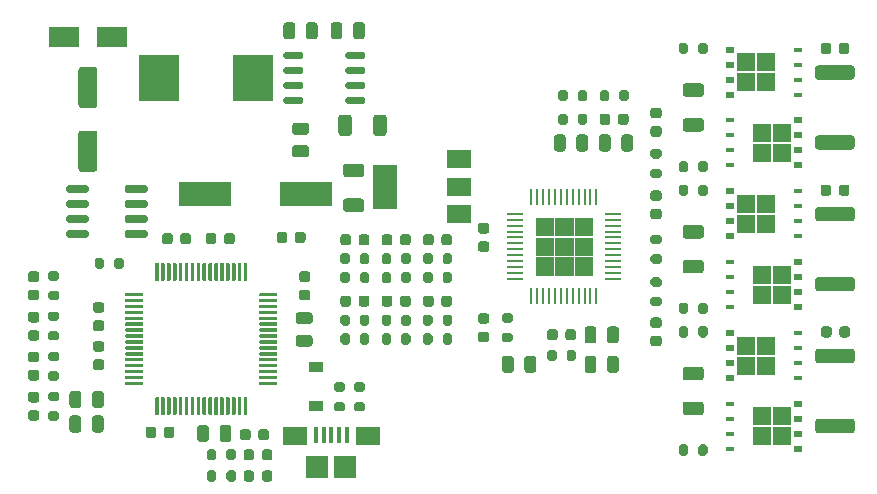
<source format=gbr>
%TF.GenerationSoftware,KiCad,Pcbnew,(5.1.10)-1*%
%TF.CreationDate,2021-12-01T19:41:51+01:00*%
%TF.ProjectId,xESC2,78455343-322e-46b6-9963-61645f706362,rev?*%
%TF.SameCoordinates,Original*%
%TF.FileFunction,Paste,Top*%
%TF.FilePolarity,Positive*%
%FSLAX46Y46*%
G04 Gerber Fmt 4.6, Leading zero omitted, Abs format (unit mm)*
G04 Created by KiCad (PCBNEW (5.1.10)-1) date 2021-12-01 19:41:51*
%MOMM*%
%LPD*%
G01*
G04 APERTURE LIST*
%ADD10C,0.100000*%
%ADD11R,2.100000X1.600000*%
%ADD12R,1.900000X1.900000*%
%ADD13R,0.400000X1.350000*%
%ADD14R,1.200000X0.900000*%
%ADD15R,4.500000X2.000000*%
%ADD16R,2.000000X1.500000*%
%ADD17R,2.000000X3.800000*%
%ADD18R,3.500000X4.000000*%
%ADD19R,2.500000X1.800000*%
%ADD20R,1.340599X0.279400*%
%ADD21R,0.279400X1.340599*%
%ADD22R,0.750000X0.500000*%
%ADD23R,1.500000X1.500000*%
%ADD24R,0.750000X0.400000*%
G04 APERTURE END LIST*
D10*
%TO.C,U1*%
G36*
X244866034Y-121683966D02*
G01*
X243398100Y-121683966D01*
X243398100Y-123151900D01*
X244866034Y-123151900D01*
X244866034Y-121683966D01*
G37*
X244866034Y-121683966D02*
X243398100Y-121683966D01*
X243398100Y-123151900D01*
X244866034Y-123151900D01*
X244866034Y-121683966D01*
G36*
X246533967Y-121683966D02*
G01*
X245066033Y-121683966D01*
X245066033Y-123151900D01*
X246533967Y-123151900D01*
X246533967Y-121683966D01*
G37*
X246533967Y-121683966D02*
X245066033Y-121683966D01*
X245066033Y-123151900D01*
X246533967Y-123151900D01*
X246533967Y-121683966D01*
G36*
X248201900Y-121683966D02*
G01*
X246733966Y-121683966D01*
X246733966Y-123151900D01*
X248201900Y-123151900D01*
X248201900Y-121683966D01*
G37*
X248201900Y-121683966D02*
X246733966Y-121683966D01*
X246733966Y-123151900D01*
X248201900Y-123151900D01*
X248201900Y-121683966D01*
G36*
X244866034Y-120016033D02*
G01*
X243398100Y-120016033D01*
X243398100Y-121483967D01*
X244866034Y-121483967D01*
X244866034Y-120016033D01*
G37*
X244866034Y-120016033D02*
X243398100Y-120016033D01*
X243398100Y-121483967D01*
X244866034Y-121483967D01*
X244866034Y-120016033D01*
G36*
X246533967Y-120016033D02*
G01*
X245066033Y-120016033D01*
X245066033Y-121483967D01*
X246533967Y-121483967D01*
X246533967Y-120016033D01*
G37*
X246533967Y-120016033D02*
X245066033Y-120016033D01*
X245066033Y-121483967D01*
X246533967Y-121483967D01*
X246533967Y-120016033D01*
G36*
X248201900Y-120016033D02*
G01*
X246733966Y-120016033D01*
X246733966Y-121483967D01*
X248201900Y-121483967D01*
X248201900Y-120016033D01*
G37*
X248201900Y-120016033D02*
X246733966Y-120016033D01*
X246733966Y-121483967D01*
X248201900Y-121483967D01*
X248201900Y-120016033D01*
G36*
X244866034Y-118348100D02*
G01*
X243398100Y-118348100D01*
X243398100Y-119816034D01*
X244866034Y-119816034D01*
X244866034Y-118348100D01*
G37*
X244866034Y-118348100D02*
X243398100Y-118348100D01*
X243398100Y-119816034D01*
X244866034Y-119816034D01*
X244866034Y-118348100D01*
G36*
X246533967Y-118348100D02*
G01*
X245066033Y-118348100D01*
X245066033Y-119816034D01*
X246533967Y-119816034D01*
X246533967Y-118348100D01*
G37*
X246533967Y-118348100D02*
X245066033Y-118348100D01*
X245066033Y-119816034D01*
X246533967Y-119816034D01*
X246533967Y-118348100D01*
G36*
X248201900Y-118348100D02*
G01*
X246733966Y-118348100D01*
X246733966Y-119816034D01*
X248201900Y-119816034D01*
X248201900Y-118348100D01*
G37*
X248201900Y-118348100D02*
X246733966Y-118348100D01*
X246733966Y-119816034D01*
X248201900Y-119816034D01*
X248201900Y-118348100D01*
%TD*%
%TO.C,R38*%
G36*
G01*
X217225000Y-138675000D02*
X217225000Y-138125000D01*
G75*
G02*
X217425000Y-137925000I200000J0D01*
G01*
X217825000Y-137925000D01*
G75*
G02*
X218025000Y-138125000I0J-200000D01*
G01*
X218025000Y-138675000D01*
G75*
G02*
X217825000Y-138875000I-200000J0D01*
G01*
X217425000Y-138875000D01*
G75*
G02*
X217225000Y-138675000I0J200000D01*
G01*
G37*
G36*
G01*
X215575000Y-138675000D02*
X215575000Y-138125000D01*
G75*
G02*
X215775000Y-137925000I200000J0D01*
G01*
X216175000Y-137925000D01*
G75*
G02*
X216375000Y-138125000I0J-200000D01*
G01*
X216375000Y-138675000D01*
G75*
G02*
X216175000Y-138875000I-200000J0D01*
G01*
X215775000Y-138875000D01*
G75*
G02*
X215575000Y-138675000I0J200000D01*
G01*
G37*
%TD*%
%TO.C,R37*%
G36*
G01*
X217225000Y-140475000D02*
X217225000Y-139925000D01*
G75*
G02*
X217425000Y-139725000I200000J0D01*
G01*
X217825000Y-139725000D01*
G75*
G02*
X218025000Y-139925000I0J-200000D01*
G01*
X218025000Y-140475000D01*
G75*
G02*
X217825000Y-140675000I-200000J0D01*
G01*
X217425000Y-140675000D01*
G75*
G02*
X217225000Y-140475000I0J200000D01*
G01*
G37*
G36*
G01*
X215575000Y-140475000D02*
X215575000Y-139925000D01*
G75*
G02*
X215775000Y-139725000I200000J0D01*
G01*
X216175000Y-139725000D01*
G75*
G02*
X216375000Y-139925000I0J-200000D01*
G01*
X216375000Y-140475000D01*
G75*
G02*
X216175000Y-140675000I-200000J0D01*
G01*
X215775000Y-140675000D01*
G75*
G02*
X215575000Y-140475000I0J200000D01*
G01*
G37*
%TD*%
%TO.C,D5*%
G36*
G01*
X219550000Y-138153750D02*
X219550000Y-138666250D01*
G75*
G02*
X219331250Y-138885000I-218750J0D01*
G01*
X218893750Y-138885000D01*
G75*
G02*
X218675000Y-138666250I0J218750D01*
G01*
X218675000Y-138153750D01*
G75*
G02*
X218893750Y-137935000I218750J0D01*
G01*
X219331250Y-137935000D01*
G75*
G02*
X219550000Y-138153750I0J-218750D01*
G01*
G37*
G36*
G01*
X221125000Y-138153750D02*
X221125000Y-138666250D01*
G75*
G02*
X220906250Y-138885000I-218750J0D01*
G01*
X220468750Y-138885000D01*
G75*
G02*
X220250000Y-138666250I0J218750D01*
G01*
X220250000Y-138153750D01*
G75*
G02*
X220468750Y-137935000I218750J0D01*
G01*
X220906250Y-137935000D01*
G75*
G02*
X221125000Y-138153750I0J-218750D01*
G01*
G37*
%TD*%
%TO.C,D4*%
G36*
G01*
X219550000Y-139943750D02*
X219550000Y-140456250D01*
G75*
G02*
X219331250Y-140675000I-218750J0D01*
G01*
X218893750Y-140675000D01*
G75*
G02*
X218675000Y-140456250I0J218750D01*
G01*
X218675000Y-139943750D01*
G75*
G02*
X218893750Y-139725000I218750J0D01*
G01*
X219331250Y-139725000D01*
G75*
G02*
X219550000Y-139943750I0J-218750D01*
G01*
G37*
G36*
G01*
X221125000Y-139943750D02*
X221125000Y-140456250D01*
G75*
G02*
X220906250Y-140675000I-218750J0D01*
G01*
X220468750Y-140675000D01*
G75*
G02*
X220250000Y-140456250I0J218750D01*
G01*
X220250000Y-139943750D01*
G75*
G02*
X220468750Y-139725000I218750J0D01*
G01*
X220906250Y-139725000D01*
G75*
G02*
X221125000Y-139943750I0J-218750D01*
G01*
G37*
%TD*%
%TO.C,U5*%
G36*
G01*
X205600000Y-119555000D02*
X205600000Y-119855000D01*
G75*
G02*
X205450000Y-120005000I-150000J0D01*
G01*
X203800000Y-120005000D01*
G75*
G02*
X203650000Y-119855000I0J150000D01*
G01*
X203650000Y-119555000D01*
G75*
G02*
X203800000Y-119405000I150000J0D01*
G01*
X205450000Y-119405000D01*
G75*
G02*
X205600000Y-119555000I0J-150000D01*
G01*
G37*
G36*
G01*
X205600000Y-118285000D02*
X205600000Y-118585000D01*
G75*
G02*
X205450000Y-118735000I-150000J0D01*
G01*
X203800000Y-118735000D01*
G75*
G02*
X203650000Y-118585000I0J150000D01*
G01*
X203650000Y-118285000D01*
G75*
G02*
X203800000Y-118135000I150000J0D01*
G01*
X205450000Y-118135000D01*
G75*
G02*
X205600000Y-118285000I0J-150000D01*
G01*
G37*
G36*
G01*
X205600000Y-117015000D02*
X205600000Y-117315000D01*
G75*
G02*
X205450000Y-117465000I-150000J0D01*
G01*
X203800000Y-117465000D01*
G75*
G02*
X203650000Y-117315000I0J150000D01*
G01*
X203650000Y-117015000D01*
G75*
G02*
X203800000Y-116865000I150000J0D01*
G01*
X205450000Y-116865000D01*
G75*
G02*
X205600000Y-117015000I0J-150000D01*
G01*
G37*
G36*
G01*
X205600000Y-115745000D02*
X205600000Y-116045000D01*
G75*
G02*
X205450000Y-116195000I-150000J0D01*
G01*
X203800000Y-116195000D01*
G75*
G02*
X203650000Y-116045000I0J150000D01*
G01*
X203650000Y-115745000D01*
G75*
G02*
X203800000Y-115595000I150000J0D01*
G01*
X205450000Y-115595000D01*
G75*
G02*
X205600000Y-115745000I0J-150000D01*
G01*
G37*
G36*
G01*
X210550000Y-115745000D02*
X210550000Y-116045000D01*
G75*
G02*
X210400000Y-116195000I-150000J0D01*
G01*
X208750000Y-116195000D01*
G75*
G02*
X208600000Y-116045000I0J150000D01*
G01*
X208600000Y-115745000D01*
G75*
G02*
X208750000Y-115595000I150000J0D01*
G01*
X210400000Y-115595000D01*
G75*
G02*
X210550000Y-115745000I0J-150000D01*
G01*
G37*
G36*
G01*
X210550000Y-117015000D02*
X210550000Y-117315000D01*
G75*
G02*
X210400000Y-117465000I-150000J0D01*
G01*
X208750000Y-117465000D01*
G75*
G02*
X208600000Y-117315000I0J150000D01*
G01*
X208600000Y-117015000D01*
G75*
G02*
X208750000Y-116865000I150000J0D01*
G01*
X210400000Y-116865000D01*
G75*
G02*
X210550000Y-117015000I0J-150000D01*
G01*
G37*
G36*
G01*
X210550000Y-118285000D02*
X210550000Y-118585000D01*
G75*
G02*
X210400000Y-118735000I-150000J0D01*
G01*
X208750000Y-118735000D01*
G75*
G02*
X208600000Y-118585000I0J150000D01*
G01*
X208600000Y-118285000D01*
G75*
G02*
X208750000Y-118135000I150000J0D01*
G01*
X210400000Y-118135000D01*
G75*
G02*
X210550000Y-118285000I0J-150000D01*
G01*
G37*
G36*
G01*
X210550000Y-119555000D02*
X210550000Y-119855000D01*
G75*
G02*
X210400000Y-120005000I-150000J0D01*
G01*
X208750000Y-120005000D01*
G75*
G02*
X208600000Y-119855000I0J150000D01*
G01*
X208600000Y-119555000D01*
G75*
G02*
X208750000Y-119405000I150000J0D01*
G01*
X210400000Y-119405000D01*
G75*
G02*
X210550000Y-119555000I0J-150000D01*
G01*
G37*
%TD*%
%TO.C,R36*%
G36*
G01*
X207725000Y-122475000D02*
X207725000Y-121925000D01*
G75*
G02*
X207925000Y-121725000I200000J0D01*
G01*
X208325000Y-121725000D01*
G75*
G02*
X208525000Y-121925000I0J-200000D01*
G01*
X208525000Y-122475000D01*
G75*
G02*
X208325000Y-122675000I-200000J0D01*
G01*
X207925000Y-122675000D01*
G75*
G02*
X207725000Y-122475000I0J200000D01*
G01*
G37*
G36*
G01*
X206075000Y-122475000D02*
X206075000Y-121925000D01*
G75*
G02*
X206275000Y-121725000I200000J0D01*
G01*
X206675000Y-121725000D01*
G75*
G02*
X206875000Y-121925000I0J-200000D01*
G01*
X206875000Y-122475000D01*
G75*
G02*
X206675000Y-122675000I-200000J0D01*
G01*
X206275000Y-122675000D01*
G75*
G02*
X206075000Y-122475000I0J200000D01*
G01*
G37*
%TD*%
%TO.C,R35*%
G36*
G01*
X202325000Y-134725000D02*
X202875000Y-134725000D01*
G75*
G02*
X203075000Y-134925000I0J-200000D01*
G01*
X203075000Y-135325000D01*
G75*
G02*
X202875000Y-135525000I-200000J0D01*
G01*
X202325000Y-135525000D01*
G75*
G02*
X202125000Y-135325000I0J200000D01*
G01*
X202125000Y-134925000D01*
G75*
G02*
X202325000Y-134725000I200000J0D01*
G01*
G37*
G36*
G01*
X202325000Y-133075000D02*
X202875000Y-133075000D01*
G75*
G02*
X203075000Y-133275000I0J-200000D01*
G01*
X203075000Y-133675000D01*
G75*
G02*
X202875000Y-133875000I-200000J0D01*
G01*
X202325000Y-133875000D01*
G75*
G02*
X202125000Y-133675000I0J200000D01*
G01*
X202125000Y-133275000D01*
G75*
G02*
X202325000Y-133075000I200000J0D01*
G01*
G37*
%TD*%
%TO.C,R34*%
G36*
G01*
X202325000Y-131325000D02*
X202875000Y-131325000D01*
G75*
G02*
X203075000Y-131525000I0J-200000D01*
G01*
X203075000Y-131925000D01*
G75*
G02*
X202875000Y-132125000I-200000J0D01*
G01*
X202325000Y-132125000D01*
G75*
G02*
X202125000Y-131925000I0J200000D01*
G01*
X202125000Y-131525000D01*
G75*
G02*
X202325000Y-131325000I200000J0D01*
G01*
G37*
G36*
G01*
X202325000Y-129675000D02*
X202875000Y-129675000D01*
G75*
G02*
X203075000Y-129875000I0J-200000D01*
G01*
X203075000Y-130275000D01*
G75*
G02*
X202875000Y-130475000I-200000J0D01*
G01*
X202325000Y-130475000D01*
G75*
G02*
X202125000Y-130275000I0J200000D01*
G01*
X202125000Y-129875000D01*
G75*
G02*
X202325000Y-129675000I200000J0D01*
G01*
G37*
%TD*%
%TO.C,R33*%
G36*
G01*
X202325000Y-127925000D02*
X202875000Y-127925000D01*
G75*
G02*
X203075000Y-128125000I0J-200000D01*
G01*
X203075000Y-128525000D01*
G75*
G02*
X202875000Y-128725000I-200000J0D01*
G01*
X202325000Y-128725000D01*
G75*
G02*
X202125000Y-128525000I0J200000D01*
G01*
X202125000Y-128125000D01*
G75*
G02*
X202325000Y-127925000I200000J0D01*
G01*
G37*
G36*
G01*
X202325000Y-126275000D02*
X202875000Y-126275000D01*
G75*
G02*
X203075000Y-126475000I0J-200000D01*
G01*
X203075000Y-126875000D01*
G75*
G02*
X202875000Y-127075000I-200000J0D01*
G01*
X202325000Y-127075000D01*
G75*
G02*
X202125000Y-126875000I0J200000D01*
G01*
X202125000Y-126475000D01*
G75*
G02*
X202325000Y-126275000I200000J0D01*
G01*
G37*
%TD*%
%TO.C,R32*%
G36*
G01*
X228225000Y-133925000D02*
X228775000Y-133925000D01*
G75*
G02*
X228975000Y-134125000I0J-200000D01*
G01*
X228975000Y-134525000D01*
G75*
G02*
X228775000Y-134725000I-200000J0D01*
G01*
X228225000Y-134725000D01*
G75*
G02*
X228025000Y-134525000I0J200000D01*
G01*
X228025000Y-134125000D01*
G75*
G02*
X228225000Y-133925000I200000J0D01*
G01*
G37*
G36*
G01*
X228225000Y-132275000D02*
X228775000Y-132275000D01*
G75*
G02*
X228975000Y-132475000I0J-200000D01*
G01*
X228975000Y-132875000D01*
G75*
G02*
X228775000Y-133075000I-200000J0D01*
G01*
X228225000Y-133075000D01*
G75*
G02*
X228025000Y-132875000I0J200000D01*
G01*
X228025000Y-132475000D01*
G75*
G02*
X228225000Y-132275000I200000J0D01*
G01*
G37*
%TD*%
%TO.C,R31*%
G36*
G01*
X226525000Y-133925000D02*
X227075000Y-133925000D01*
G75*
G02*
X227275000Y-134125000I0J-200000D01*
G01*
X227275000Y-134525000D01*
G75*
G02*
X227075000Y-134725000I-200000J0D01*
G01*
X226525000Y-134725000D01*
G75*
G02*
X226325000Y-134525000I0J200000D01*
G01*
X226325000Y-134125000D01*
G75*
G02*
X226525000Y-133925000I200000J0D01*
G01*
G37*
G36*
G01*
X226525000Y-132275000D02*
X227075000Y-132275000D01*
G75*
G02*
X227275000Y-132475000I0J-200000D01*
G01*
X227275000Y-132875000D01*
G75*
G02*
X227075000Y-133075000I-200000J0D01*
G01*
X226525000Y-133075000D01*
G75*
G02*
X226325000Y-132875000I0J200000D01*
G01*
X226325000Y-132475000D01*
G75*
G02*
X226525000Y-132275000I200000J0D01*
G01*
G37*
%TD*%
%TO.C,R30*%
G36*
G01*
X202325000Y-124525000D02*
X202875000Y-124525000D01*
G75*
G02*
X203075000Y-124725000I0J-200000D01*
G01*
X203075000Y-125125000D01*
G75*
G02*
X202875000Y-125325000I-200000J0D01*
G01*
X202325000Y-125325000D01*
G75*
G02*
X202125000Y-125125000I0J200000D01*
G01*
X202125000Y-124725000D01*
G75*
G02*
X202325000Y-124525000I200000J0D01*
G01*
G37*
G36*
G01*
X202325000Y-122875000D02*
X202875000Y-122875000D01*
G75*
G02*
X203075000Y-123075000I0J-200000D01*
G01*
X203075000Y-123475000D01*
G75*
G02*
X202875000Y-123675000I-200000J0D01*
G01*
X202325000Y-123675000D01*
G75*
G02*
X202125000Y-123475000I0J200000D01*
G01*
X202125000Y-123075000D01*
G75*
G02*
X202325000Y-122875000I200000J0D01*
G01*
G37*
%TD*%
D11*
%TO.C,J2*%
X229200000Y-136850000D03*
X223000000Y-136850000D03*
D12*
X227300000Y-139400000D03*
X224900000Y-139400000D03*
D13*
X227400000Y-136725000D03*
X226750000Y-136725000D03*
X226100000Y-136725000D03*
X225450000Y-136725000D03*
X224800000Y-136725000D03*
%TD*%
D14*
%TO.C,D3*%
X224800000Y-134250000D03*
X224800000Y-130950000D03*
%TD*%
%TO.C,C47*%
G36*
G01*
X201150000Y-133975000D02*
X200650000Y-133975000D01*
G75*
G02*
X200425000Y-133750000I0J225000D01*
G01*
X200425000Y-133300000D01*
G75*
G02*
X200650000Y-133075000I225000J0D01*
G01*
X201150000Y-133075000D01*
G75*
G02*
X201375000Y-133300000I0J-225000D01*
G01*
X201375000Y-133750000D01*
G75*
G02*
X201150000Y-133975000I-225000J0D01*
G01*
G37*
G36*
G01*
X201150000Y-135525000D02*
X200650000Y-135525000D01*
G75*
G02*
X200425000Y-135300000I0J225000D01*
G01*
X200425000Y-134850000D01*
G75*
G02*
X200650000Y-134625000I225000J0D01*
G01*
X201150000Y-134625000D01*
G75*
G02*
X201375000Y-134850000I0J-225000D01*
G01*
X201375000Y-135300000D01*
G75*
G02*
X201150000Y-135525000I-225000J0D01*
G01*
G37*
%TD*%
%TO.C,C46*%
G36*
G01*
X201150000Y-130575000D02*
X200650000Y-130575000D01*
G75*
G02*
X200425000Y-130350000I0J225000D01*
G01*
X200425000Y-129900000D01*
G75*
G02*
X200650000Y-129675000I225000J0D01*
G01*
X201150000Y-129675000D01*
G75*
G02*
X201375000Y-129900000I0J-225000D01*
G01*
X201375000Y-130350000D01*
G75*
G02*
X201150000Y-130575000I-225000J0D01*
G01*
G37*
G36*
G01*
X201150000Y-132125000D02*
X200650000Y-132125000D01*
G75*
G02*
X200425000Y-131900000I0J225000D01*
G01*
X200425000Y-131450000D01*
G75*
G02*
X200650000Y-131225000I225000J0D01*
G01*
X201150000Y-131225000D01*
G75*
G02*
X201375000Y-131450000I0J-225000D01*
G01*
X201375000Y-131900000D01*
G75*
G02*
X201150000Y-132125000I-225000J0D01*
G01*
G37*
%TD*%
%TO.C,C45*%
G36*
G01*
X201150000Y-127205000D02*
X200650000Y-127205000D01*
G75*
G02*
X200425000Y-126980000I0J225000D01*
G01*
X200425000Y-126530000D01*
G75*
G02*
X200650000Y-126305000I225000J0D01*
G01*
X201150000Y-126305000D01*
G75*
G02*
X201375000Y-126530000I0J-225000D01*
G01*
X201375000Y-126980000D01*
G75*
G02*
X201150000Y-127205000I-225000J0D01*
G01*
G37*
G36*
G01*
X201150000Y-128755000D02*
X200650000Y-128755000D01*
G75*
G02*
X200425000Y-128530000I0J225000D01*
G01*
X200425000Y-128080000D01*
G75*
G02*
X200650000Y-127855000I225000J0D01*
G01*
X201150000Y-127855000D01*
G75*
G02*
X201375000Y-128080000I0J-225000D01*
G01*
X201375000Y-128530000D01*
G75*
G02*
X201150000Y-128755000I-225000J0D01*
G01*
G37*
%TD*%
%TO.C,C44*%
G36*
G01*
X201150000Y-123775000D02*
X200650000Y-123775000D01*
G75*
G02*
X200425000Y-123550000I0J225000D01*
G01*
X200425000Y-123100000D01*
G75*
G02*
X200650000Y-122875000I225000J0D01*
G01*
X201150000Y-122875000D01*
G75*
G02*
X201375000Y-123100000I0J-225000D01*
G01*
X201375000Y-123550000D01*
G75*
G02*
X201150000Y-123775000I-225000J0D01*
G01*
G37*
G36*
G01*
X201150000Y-125325000D02*
X200650000Y-125325000D01*
G75*
G02*
X200425000Y-125100000I0J225000D01*
G01*
X200425000Y-124650000D01*
G75*
G02*
X200650000Y-124425000I225000J0D01*
G01*
X201150000Y-124425000D01*
G75*
G02*
X201375000Y-124650000I0J-225000D01*
G01*
X201375000Y-125100000D01*
G75*
G02*
X201150000Y-125325000I-225000J0D01*
G01*
G37*
%TD*%
%TO.C,R29*%
G36*
G01*
X246025000Y-130275000D02*
X246025000Y-129725000D01*
G75*
G02*
X246225000Y-129525000I200000J0D01*
G01*
X246625000Y-129525000D01*
G75*
G02*
X246825000Y-129725000I0J-200000D01*
G01*
X246825000Y-130275000D01*
G75*
G02*
X246625000Y-130475000I-200000J0D01*
G01*
X246225000Y-130475000D01*
G75*
G02*
X246025000Y-130275000I0J200000D01*
G01*
G37*
G36*
G01*
X244375000Y-130275000D02*
X244375000Y-129725000D01*
G75*
G02*
X244575000Y-129525000I200000J0D01*
G01*
X244975000Y-129525000D01*
G75*
G02*
X245175000Y-129725000I0J-200000D01*
G01*
X245175000Y-130275000D01*
G75*
G02*
X244975000Y-130475000I-200000J0D01*
G01*
X244575000Y-130475000D01*
G75*
G02*
X244375000Y-130275000I0J200000D01*
G01*
G37*
%TD*%
%TO.C,R28*%
G36*
G01*
X235525000Y-127275000D02*
X235525000Y-126725000D01*
G75*
G02*
X235725000Y-126525000I200000J0D01*
G01*
X236125000Y-126525000D01*
G75*
G02*
X236325000Y-126725000I0J-200000D01*
G01*
X236325000Y-127275000D01*
G75*
G02*
X236125000Y-127475000I-200000J0D01*
G01*
X235725000Y-127475000D01*
G75*
G02*
X235525000Y-127275000I0J200000D01*
G01*
G37*
G36*
G01*
X233875000Y-127275000D02*
X233875000Y-126725000D01*
G75*
G02*
X234075000Y-126525000I200000J0D01*
G01*
X234475000Y-126525000D01*
G75*
G02*
X234675000Y-126725000I0J-200000D01*
G01*
X234675000Y-127275000D01*
G75*
G02*
X234475000Y-127475000I-200000J0D01*
G01*
X234075000Y-127475000D01*
G75*
G02*
X233875000Y-127275000I0J200000D01*
G01*
G37*
%TD*%
%TO.C,R27*%
G36*
G01*
X234675000Y-128325000D02*
X234675000Y-128875000D01*
G75*
G02*
X234475000Y-129075000I-200000J0D01*
G01*
X234075000Y-129075000D01*
G75*
G02*
X233875000Y-128875000I0J200000D01*
G01*
X233875000Y-128325000D01*
G75*
G02*
X234075000Y-128125000I200000J0D01*
G01*
X234475000Y-128125000D01*
G75*
G02*
X234675000Y-128325000I0J-200000D01*
G01*
G37*
G36*
G01*
X236325000Y-128325000D02*
X236325000Y-128875000D01*
G75*
G02*
X236125000Y-129075000I-200000J0D01*
G01*
X235725000Y-129075000D01*
G75*
G02*
X235525000Y-128875000I0J200000D01*
G01*
X235525000Y-128325000D01*
G75*
G02*
X235725000Y-128125000I200000J0D01*
G01*
X236125000Y-128125000D01*
G75*
G02*
X236325000Y-128325000I0J-200000D01*
G01*
G37*
%TD*%
%TO.C,R26*%
G36*
G01*
X232025000Y-127275000D02*
X232025000Y-126725000D01*
G75*
G02*
X232225000Y-126525000I200000J0D01*
G01*
X232625000Y-126525000D01*
G75*
G02*
X232825000Y-126725000I0J-200000D01*
G01*
X232825000Y-127275000D01*
G75*
G02*
X232625000Y-127475000I-200000J0D01*
G01*
X232225000Y-127475000D01*
G75*
G02*
X232025000Y-127275000I0J200000D01*
G01*
G37*
G36*
G01*
X230375000Y-127275000D02*
X230375000Y-126725000D01*
G75*
G02*
X230575000Y-126525000I200000J0D01*
G01*
X230975000Y-126525000D01*
G75*
G02*
X231175000Y-126725000I0J-200000D01*
G01*
X231175000Y-127275000D01*
G75*
G02*
X230975000Y-127475000I-200000J0D01*
G01*
X230575000Y-127475000D01*
G75*
G02*
X230375000Y-127275000I0J200000D01*
G01*
G37*
%TD*%
%TO.C,R25*%
G36*
G01*
X231175000Y-128325000D02*
X231175000Y-128875000D01*
G75*
G02*
X230975000Y-129075000I-200000J0D01*
G01*
X230575000Y-129075000D01*
G75*
G02*
X230375000Y-128875000I0J200000D01*
G01*
X230375000Y-128325000D01*
G75*
G02*
X230575000Y-128125000I200000J0D01*
G01*
X230975000Y-128125000D01*
G75*
G02*
X231175000Y-128325000I0J-200000D01*
G01*
G37*
G36*
G01*
X232825000Y-128325000D02*
X232825000Y-128875000D01*
G75*
G02*
X232625000Y-129075000I-200000J0D01*
G01*
X232225000Y-129075000D01*
G75*
G02*
X232025000Y-128875000I0J200000D01*
G01*
X232025000Y-128325000D01*
G75*
G02*
X232225000Y-128125000I200000J0D01*
G01*
X232625000Y-128125000D01*
G75*
G02*
X232825000Y-128325000I0J-200000D01*
G01*
G37*
%TD*%
%TO.C,R24*%
G36*
G01*
X228525000Y-127275000D02*
X228525000Y-126725000D01*
G75*
G02*
X228725000Y-126525000I200000J0D01*
G01*
X229125000Y-126525000D01*
G75*
G02*
X229325000Y-126725000I0J-200000D01*
G01*
X229325000Y-127275000D01*
G75*
G02*
X229125000Y-127475000I-200000J0D01*
G01*
X228725000Y-127475000D01*
G75*
G02*
X228525000Y-127275000I0J200000D01*
G01*
G37*
G36*
G01*
X226875000Y-127275000D02*
X226875000Y-126725000D01*
G75*
G02*
X227075000Y-126525000I200000J0D01*
G01*
X227475000Y-126525000D01*
G75*
G02*
X227675000Y-126725000I0J-200000D01*
G01*
X227675000Y-127275000D01*
G75*
G02*
X227475000Y-127475000I-200000J0D01*
G01*
X227075000Y-127475000D01*
G75*
G02*
X226875000Y-127275000I0J200000D01*
G01*
G37*
%TD*%
%TO.C,R23*%
G36*
G01*
X227675000Y-128325000D02*
X227675000Y-128875000D01*
G75*
G02*
X227475000Y-129075000I-200000J0D01*
G01*
X227075000Y-129075000D01*
G75*
G02*
X226875000Y-128875000I0J200000D01*
G01*
X226875000Y-128325000D01*
G75*
G02*
X227075000Y-128125000I200000J0D01*
G01*
X227475000Y-128125000D01*
G75*
G02*
X227675000Y-128325000I0J-200000D01*
G01*
G37*
G36*
G01*
X229325000Y-128325000D02*
X229325000Y-128875000D01*
G75*
G02*
X229125000Y-129075000I-200000J0D01*
G01*
X228725000Y-129075000D01*
G75*
G02*
X228525000Y-128875000I0J200000D01*
G01*
X228525000Y-128325000D01*
G75*
G02*
X228725000Y-128125000I200000J0D01*
G01*
X229125000Y-128125000D01*
G75*
G02*
X229325000Y-128325000I0J-200000D01*
G01*
G37*
%TD*%
%TO.C,R22*%
G36*
G01*
X227675000Y-121525000D02*
X227675000Y-122075000D01*
G75*
G02*
X227475000Y-122275000I-200000J0D01*
G01*
X227075000Y-122275000D01*
G75*
G02*
X226875000Y-122075000I0J200000D01*
G01*
X226875000Y-121525000D01*
G75*
G02*
X227075000Y-121325000I200000J0D01*
G01*
X227475000Y-121325000D01*
G75*
G02*
X227675000Y-121525000I0J-200000D01*
G01*
G37*
G36*
G01*
X229325000Y-121525000D02*
X229325000Y-122075000D01*
G75*
G02*
X229125000Y-122275000I-200000J0D01*
G01*
X228725000Y-122275000D01*
G75*
G02*
X228525000Y-122075000I0J200000D01*
G01*
X228525000Y-121525000D01*
G75*
G02*
X228725000Y-121325000I200000J0D01*
G01*
X229125000Y-121325000D01*
G75*
G02*
X229325000Y-121525000I0J-200000D01*
G01*
G37*
%TD*%
%TO.C,R21*%
G36*
G01*
X228525000Y-123675000D02*
X228525000Y-123125000D01*
G75*
G02*
X228725000Y-122925000I200000J0D01*
G01*
X229125000Y-122925000D01*
G75*
G02*
X229325000Y-123125000I0J-200000D01*
G01*
X229325000Y-123675000D01*
G75*
G02*
X229125000Y-123875000I-200000J0D01*
G01*
X228725000Y-123875000D01*
G75*
G02*
X228525000Y-123675000I0J200000D01*
G01*
G37*
G36*
G01*
X226875000Y-123675000D02*
X226875000Y-123125000D01*
G75*
G02*
X227075000Y-122925000I200000J0D01*
G01*
X227475000Y-122925000D01*
G75*
G02*
X227675000Y-123125000I0J-200000D01*
G01*
X227675000Y-123675000D01*
G75*
G02*
X227475000Y-123875000I-200000J0D01*
G01*
X227075000Y-123875000D01*
G75*
G02*
X226875000Y-123675000I0J200000D01*
G01*
G37*
%TD*%
%TO.C,R20*%
G36*
G01*
X231175000Y-121525000D02*
X231175000Y-122075000D01*
G75*
G02*
X230975000Y-122275000I-200000J0D01*
G01*
X230575000Y-122275000D01*
G75*
G02*
X230375000Y-122075000I0J200000D01*
G01*
X230375000Y-121525000D01*
G75*
G02*
X230575000Y-121325000I200000J0D01*
G01*
X230975000Y-121325000D01*
G75*
G02*
X231175000Y-121525000I0J-200000D01*
G01*
G37*
G36*
G01*
X232825000Y-121525000D02*
X232825000Y-122075000D01*
G75*
G02*
X232625000Y-122275000I-200000J0D01*
G01*
X232225000Y-122275000D01*
G75*
G02*
X232025000Y-122075000I0J200000D01*
G01*
X232025000Y-121525000D01*
G75*
G02*
X232225000Y-121325000I200000J0D01*
G01*
X232625000Y-121325000D01*
G75*
G02*
X232825000Y-121525000I0J-200000D01*
G01*
G37*
%TD*%
%TO.C,R19*%
G36*
G01*
X232025000Y-123675000D02*
X232025000Y-123125000D01*
G75*
G02*
X232225000Y-122925000I200000J0D01*
G01*
X232625000Y-122925000D01*
G75*
G02*
X232825000Y-123125000I0J-200000D01*
G01*
X232825000Y-123675000D01*
G75*
G02*
X232625000Y-123875000I-200000J0D01*
G01*
X232225000Y-123875000D01*
G75*
G02*
X232025000Y-123675000I0J200000D01*
G01*
G37*
G36*
G01*
X230375000Y-123675000D02*
X230375000Y-123125000D01*
G75*
G02*
X230575000Y-122925000I200000J0D01*
G01*
X230975000Y-122925000D01*
G75*
G02*
X231175000Y-123125000I0J-200000D01*
G01*
X231175000Y-123675000D01*
G75*
G02*
X230975000Y-123875000I-200000J0D01*
G01*
X230575000Y-123875000D01*
G75*
G02*
X230375000Y-123675000I0J200000D01*
G01*
G37*
%TD*%
%TO.C,R18*%
G36*
G01*
X234675000Y-121525000D02*
X234675000Y-122075000D01*
G75*
G02*
X234475000Y-122275000I-200000J0D01*
G01*
X234075000Y-122275000D01*
G75*
G02*
X233875000Y-122075000I0J200000D01*
G01*
X233875000Y-121525000D01*
G75*
G02*
X234075000Y-121325000I200000J0D01*
G01*
X234475000Y-121325000D01*
G75*
G02*
X234675000Y-121525000I0J-200000D01*
G01*
G37*
G36*
G01*
X236325000Y-121525000D02*
X236325000Y-122075000D01*
G75*
G02*
X236125000Y-122275000I-200000J0D01*
G01*
X235725000Y-122275000D01*
G75*
G02*
X235525000Y-122075000I0J200000D01*
G01*
X235525000Y-121525000D01*
G75*
G02*
X235725000Y-121325000I200000J0D01*
G01*
X236125000Y-121325000D01*
G75*
G02*
X236325000Y-121525000I0J-200000D01*
G01*
G37*
%TD*%
%TO.C,R17*%
G36*
G01*
X235525000Y-123675000D02*
X235525000Y-123125000D01*
G75*
G02*
X235725000Y-122925000I200000J0D01*
G01*
X236125000Y-122925000D01*
G75*
G02*
X236325000Y-123125000I0J-200000D01*
G01*
X236325000Y-123675000D01*
G75*
G02*
X236125000Y-123875000I-200000J0D01*
G01*
X235725000Y-123875000D01*
G75*
G02*
X235525000Y-123675000I0J200000D01*
G01*
G37*
G36*
G01*
X233875000Y-123675000D02*
X233875000Y-123125000D01*
G75*
G02*
X234075000Y-122925000I200000J0D01*
G01*
X234475000Y-122925000D01*
G75*
G02*
X234675000Y-123125000I0J-200000D01*
G01*
X234675000Y-123675000D01*
G75*
G02*
X234475000Y-123875000I-200000J0D01*
G01*
X234075000Y-123875000D01*
G75*
G02*
X233875000Y-123675000I0J200000D01*
G01*
G37*
%TD*%
%TO.C,C43*%
G36*
G01*
X211275000Y-136250000D02*
X211275000Y-136750000D01*
G75*
G02*
X211050000Y-136975000I-225000J0D01*
G01*
X210600000Y-136975000D01*
G75*
G02*
X210375000Y-136750000I0J225000D01*
G01*
X210375000Y-136250000D01*
G75*
G02*
X210600000Y-136025000I225000J0D01*
G01*
X211050000Y-136025000D01*
G75*
G02*
X211275000Y-136250000I0J-225000D01*
G01*
G37*
G36*
G01*
X212825000Y-136250000D02*
X212825000Y-136750000D01*
G75*
G02*
X212600000Y-136975000I-225000J0D01*
G01*
X212150000Y-136975000D01*
G75*
G02*
X211925000Y-136750000I0J225000D01*
G01*
X211925000Y-136250000D01*
G75*
G02*
X212150000Y-136025000I225000J0D01*
G01*
X212600000Y-136025000D01*
G75*
G02*
X212825000Y-136250000I0J-225000D01*
G01*
G37*
%TD*%
%TO.C,C42*%
G36*
G01*
X219925000Y-136950000D02*
X219925000Y-136450000D01*
G75*
G02*
X220150000Y-136225000I225000J0D01*
G01*
X220600000Y-136225000D01*
G75*
G02*
X220825000Y-136450000I0J-225000D01*
G01*
X220825000Y-136950000D01*
G75*
G02*
X220600000Y-137175000I-225000J0D01*
G01*
X220150000Y-137175000D01*
G75*
G02*
X219925000Y-136950000I0J225000D01*
G01*
G37*
G36*
G01*
X218375000Y-136950000D02*
X218375000Y-136450000D01*
G75*
G02*
X218600000Y-136225000I225000J0D01*
G01*
X219050000Y-136225000D01*
G75*
G02*
X219275000Y-136450000I0J-225000D01*
G01*
X219275000Y-136950000D01*
G75*
G02*
X219050000Y-137175000I-225000J0D01*
G01*
X218600000Y-137175000D01*
G75*
G02*
X218375000Y-136950000I0J225000D01*
G01*
G37*
%TD*%
%TO.C,C41*%
G36*
G01*
X213325000Y-120350000D02*
X213325000Y-119850000D01*
G75*
G02*
X213550000Y-119625000I225000J0D01*
G01*
X214000000Y-119625000D01*
G75*
G02*
X214225000Y-119850000I0J-225000D01*
G01*
X214225000Y-120350000D01*
G75*
G02*
X214000000Y-120575000I-225000J0D01*
G01*
X213550000Y-120575000D01*
G75*
G02*
X213325000Y-120350000I0J225000D01*
G01*
G37*
G36*
G01*
X211775000Y-120350000D02*
X211775000Y-119850000D01*
G75*
G02*
X212000000Y-119625000I225000J0D01*
G01*
X212450000Y-119625000D01*
G75*
G02*
X212675000Y-119850000I0J-225000D01*
G01*
X212675000Y-120350000D01*
G75*
G02*
X212450000Y-120575000I-225000J0D01*
G01*
X212000000Y-120575000D01*
G75*
G02*
X211775000Y-120350000I0J225000D01*
G01*
G37*
%TD*%
%TO.C,C40*%
G36*
G01*
X224100000Y-123775000D02*
X223600000Y-123775000D01*
G75*
G02*
X223375000Y-123550000I0J225000D01*
G01*
X223375000Y-123100000D01*
G75*
G02*
X223600000Y-122875000I225000J0D01*
G01*
X224100000Y-122875000D01*
G75*
G02*
X224325000Y-123100000I0J-225000D01*
G01*
X224325000Y-123550000D01*
G75*
G02*
X224100000Y-123775000I-225000J0D01*
G01*
G37*
G36*
G01*
X224100000Y-125325000D02*
X223600000Y-125325000D01*
G75*
G02*
X223375000Y-125100000I0J225000D01*
G01*
X223375000Y-124650000D01*
G75*
G02*
X223600000Y-124425000I225000J0D01*
G01*
X224100000Y-124425000D01*
G75*
G02*
X224325000Y-124650000I0J-225000D01*
G01*
X224325000Y-125100000D01*
G75*
G02*
X224100000Y-125325000I-225000J0D01*
G01*
G37*
%TD*%
%TO.C,C39*%
G36*
G01*
X205840000Y-134195000D02*
X205840000Y-133245000D01*
G75*
G02*
X206090000Y-132995000I250000J0D01*
G01*
X206590000Y-132995000D01*
G75*
G02*
X206840000Y-133245000I0J-250000D01*
G01*
X206840000Y-134195000D01*
G75*
G02*
X206590000Y-134445000I-250000J0D01*
G01*
X206090000Y-134445000D01*
G75*
G02*
X205840000Y-134195000I0J250000D01*
G01*
G37*
G36*
G01*
X203940000Y-134195000D02*
X203940000Y-133245000D01*
G75*
G02*
X204190000Y-132995000I250000J0D01*
G01*
X204690000Y-132995000D01*
G75*
G02*
X204940000Y-133245000I0J-250000D01*
G01*
X204940000Y-134195000D01*
G75*
G02*
X204690000Y-134445000I-250000J0D01*
G01*
X204190000Y-134445000D01*
G75*
G02*
X203940000Y-134195000I0J250000D01*
G01*
G37*
%TD*%
%TO.C,C38*%
G36*
G01*
X205840000Y-136275000D02*
X205840000Y-135325000D01*
G75*
G02*
X206090000Y-135075000I250000J0D01*
G01*
X206590000Y-135075000D01*
G75*
G02*
X206840000Y-135325000I0J-250000D01*
G01*
X206840000Y-136275000D01*
G75*
G02*
X206590000Y-136525000I-250000J0D01*
G01*
X206090000Y-136525000D01*
G75*
G02*
X205840000Y-136275000I0J250000D01*
G01*
G37*
G36*
G01*
X203940000Y-136275000D02*
X203940000Y-135325000D01*
G75*
G02*
X204190000Y-135075000I250000J0D01*
G01*
X204690000Y-135075000D01*
G75*
G02*
X204940000Y-135325000I0J-250000D01*
G01*
X204940000Y-136275000D01*
G75*
G02*
X204690000Y-136525000I-250000J0D01*
G01*
X204190000Y-136525000D01*
G75*
G02*
X203940000Y-136275000I0J250000D01*
G01*
G37*
%TD*%
%TO.C,C37*%
G36*
G01*
X206650000Y-129675000D02*
X206150000Y-129675000D01*
G75*
G02*
X205925000Y-129450000I0J225000D01*
G01*
X205925000Y-129000000D01*
G75*
G02*
X206150000Y-128775000I225000J0D01*
G01*
X206650000Y-128775000D01*
G75*
G02*
X206875000Y-129000000I0J-225000D01*
G01*
X206875000Y-129450000D01*
G75*
G02*
X206650000Y-129675000I-225000J0D01*
G01*
G37*
G36*
G01*
X206650000Y-131225000D02*
X206150000Y-131225000D01*
G75*
G02*
X205925000Y-131000000I0J225000D01*
G01*
X205925000Y-130550000D01*
G75*
G02*
X206150000Y-130325000I225000J0D01*
G01*
X206650000Y-130325000D01*
G75*
G02*
X206875000Y-130550000I0J-225000D01*
G01*
X206875000Y-131000000D01*
G75*
G02*
X206650000Y-131225000I-225000J0D01*
G01*
G37*
%TD*%
%TO.C,C36*%
G36*
G01*
X224275000Y-127350000D02*
X223325000Y-127350000D01*
G75*
G02*
X223075000Y-127100000I0J250000D01*
G01*
X223075000Y-126600000D01*
G75*
G02*
X223325000Y-126350000I250000J0D01*
G01*
X224275000Y-126350000D01*
G75*
G02*
X224525000Y-126600000I0J-250000D01*
G01*
X224525000Y-127100000D01*
G75*
G02*
X224275000Y-127350000I-250000J0D01*
G01*
G37*
G36*
G01*
X224275000Y-129250000D02*
X223325000Y-129250000D01*
G75*
G02*
X223075000Y-129000000I0J250000D01*
G01*
X223075000Y-128500000D01*
G75*
G02*
X223325000Y-128250000I250000J0D01*
G01*
X224275000Y-128250000D01*
G75*
G02*
X224525000Y-128500000I0J-250000D01*
G01*
X224525000Y-129000000D01*
G75*
G02*
X224275000Y-129250000I-250000J0D01*
G01*
G37*
%TD*%
%TO.C,C35*%
G36*
G01*
X216650000Y-137075000D02*
X216650000Y-136125000D01*
G75*
G02*
X216900000Y-135875000I250000J0D01*
G01*
X217400000Y-135875000D01*
G75*
G02*
X217650000Y-136125000I0J-250000D01*
G01*
X217650000Y-137075000D01*
G75*
G02*
X217400000Y-137325000I-250000J0D01*
G01*
X216900000Y-137325000D01*
G75*
G02*
X216650000Y-137075000I0J250000D01*
G01*
G37*
G36*
G01*
X214750000Y-137075000D02*
X214750000Y-136125000D01*
G75*
G02*
X215000000Y-135875000I250000J0D01*
G01*
X215500000Y-135875000D01*
G75*
G02*
X215750000Y-136125000I0J-250000D01*
G01*
X215750000Y-137075000D01*
G75*
G02*
X215500000Y-137325000I-250000J0D01*
G01*
X215000000Y-137325000D01*
G75*
G02*
X214750000Y-137075000I0J250000D01*
G01*
G37*
%TD*%
%TO.C,C34*%
G36*
G01*
X206650000Y-126375000D02*
X206150000Y-126375000D01*
G75*
G02*
X205925000Y-126150000I0J225000D01*
G01*
X205925000Y-125700000D01*
G75*
G02*
X206150000Y-125475000I225000J0D01*
G01*
X206650000Y-125475000D01*
G75*
G02*
X206875000Y-125700000I0J-225000D01*
G01*
X206875000Y-126150000D01*
G75*
G02*
X206650000Y-126375000I-225000J0D01*
G01*
G37*
G36*
G01*
X206650000Y-127925000D02*
X206150000Y-127925000D01*
G75*
G02*
X205925000Y-127700000I0J225000D01*
G01*
X205925000Y-127250000D01*
G75*
G02*
X206150000Y-127025000I225000J0D01*
G01*
X206650000Y-127025000D01*
G75*
G02*
X206875000Y-127250000I0J-225000D01*
G01*
X206875000Y-127700000D01*
G75*
G02*
X206650000Y-127925000I-225000J0D01*
G01*
G37*
%TD*%
%TO.C,C33*%
G36*
G01*
X223025000Y-120250000D02*
X223025000Y-119750000D01*
G75*
G02*
X223250000Y-119525000I225000J0D01*
G01*
X223700000Y-119525000D01*
G75*
G02*
X223925000Y-119750000I0J-225000D01*
G01*
X223925000Y-120250000D01*
G75*
G02*
X223700000Y-120475000I-225000J0D01*
G01*
X223250000Y-120475000D01*
G75*
G02*
X223025000Y-120250000I0J225000D01*
G01*
G37*
G36*
G01*
X221475000Y-120250000D02*
X221475000Y-119750000D01*
G75*
G02*
X221700000Y-119525000I225000J0D01*
G01*
X222150000Y-119525000D01*
G75*
G02*
X222375000Y-119750000I0J-225000D01*
G01*
X222375000Y-120250000D01*
G75*
G02*
X222150000Y-120475000I-225000J0D01*
G01*
X221700000Y-120475000D01*
G75*
G02*
X221475000Y-120250000I0J225000D01*
G01*
G37*
%TD*%
%TO.C,C32*%
G36*
G01*
X217025000Y-120350000D02*
X217025000Y-119850000D01*
G75*
G02*
X217250000Y-119625000I225000J0D01*
G01*
X217700000Y-119625000D01*
G75*
G02*
X217925000Y-119850000I0J-225000D01*
G01*
X217925000Y-120350000D01*
G75*
G02*
X217700000Y-120575000I-225000J0D01*
G01*
X217250000Y-120575000D01*
G75*
G02*
X217025000Y-120350000I0J225000D01*
G01*
G37*
G36*
G01*
X215475000Y-120350000D02*
X215475000Y-119850000D01*
G75*
G02*
X215700000Y-119625000I225000J0D01*
G01*
X216150000Y-119625000D01*
G75*
G02*
X216375000Y-119850000I0J-225000D01*
G01*
X216375000Y-120350000D01*
G75*
G02*
X216150000Y-120575000I-225000J0D01*
G01*
X215700000Y-120575000D01*
G75*
G02*
X215475000Y-120350000I0J225000D01*
G01*
G37*
%TD*%
%TO.C,C31*%
G36*
G01*
X235425000Y-125650000D02*
X235425000Y-125150000D01*
G75*
G02*
X235650000Y-124925000I225000J0D01*
G01*
X236100000Y-124925000D01*
G75*
G02*
X236325000Y-125150000I0J-225000D01*
G01*
X236325000Y-125650000D01*
G75*
G02*
X236100000Y-125875000I-225000J0D01*
G01*
X235650000Y-125875000D01*
G75*
G02*
X235425000Y-125650000I0J225000D01*
G01*
G37*
G36*
G01*
X233875000Y-125650000D02*
X233875000Y-125150000D01*
G75*
G02*
X234100000Y-124925000I225000J0D01*
G01*
X234550000Y-124925000D01*
G75*
G02*
X234775000Y-125150000I0J-225000D01*
G01*
X234775000Y-125650000D01*
G75*
G02*
X234550000Y-125875000I-225000J0D01*
G01*
X234100000Y-125875000D01*
G75*
G02*
X233875000Y-125650000I0J225000D01*
G01*
G37*
%TD*%
%TO.C,C30*%
G36*
G01*
X231925000Y-125650000D02*
X231925000Y-125150000D01*
G75*
G02*
X232150000Y-124925000I225000J0D01*
G01*
X232600000Y-124925000D01*
G75*
G02*
X232825000Y-125150000I0J-225000D01*
G01*
X232825000Y-125650000D01*
G75*
G02*
X232600000Y-125875000I-225000J0D01*
G01*
X232150000Y-125875000D01*
G75*
G02*
X231925000Y-125650000I0J225000D01*
G01*
G37*
G36*
G01*
X230375000Y-125650000D02*
X230375000Y-125150000D01*
G75*
G02*
X230600000Y-124925000I225000J0D01*
G01*
X231050000Y-124925000D01*
G75*
G02*
X231275000Y-125150000I0J-225000D01*
G01*
X231275000Y-125650000D01*
G75*
G02*
X231050000Y-125875000I-225000J0D01*
G01*
X230600000Y-125875000D01*
G75*
G02*
X230375000Y-125650000I0J225000D01*
G01*
G37*
%TD*%
%TO.C,C29*%
G36*
G01*
X228425000Y-125650000D02*
X228425000Y-125150000D01*
G75*
G02*
X228650000Y-124925000I225000J0D01*
G01*
X229100000Y-124925000D01*
G75*
G02*
X229325000Y-125150000I0J-225000D01*
G01*
X229325000Y-125650000D01*
G75*
G02*
X229100000Y-125875000I-225000J0D01*
G01*
X228650000Y-125875000D01*
G75*
G02*
X228425000Y-125650000I0J225000D01*
G01*
G37*
G36*
G01*
X226875000Y-125650000D02*
X226875000Y-125150000D01*
G75*
G02*
X227100000Y-124925000I225000J0D01*
G01*
X227550000Y-124925000D01*
G75*
G02*
X227775000Y-125150000I0J-225000D01*
G01*
X227775000Y-125650000D01*
G75*
G02*
X227550000Y-125875000I-225000J0D01*
G01*
X227100000Y-125875000D01*
G75*
G02*
X226875000Y-125650000I0J225000D01*
G01*
G37*
%TD*%
%TO.C,C28*%
G36*
G01*
X227775000Y-119950000D02*
X227775000Y-120450000D01*
G75*
G02*
X227550000Y-120675000I-225000J0D01*
G01*
X227100000Y-120675000D01*
G75*
G02*
X226875000Y-120450000I0J225000D01*
G01*
X226875000Y-119950000D01*
G75*
G02*
X227100000Y-119725000I225000J0D01*
G01*
X227550000Y-119725000D01*
G75*
G02*
X227775000Y-119950000I0J-225000D01*
G01*
G37*
G36*
G01*
X229325000Y-119950000D02*
X229325000Y-120450000D01*
G75*
G02*
X229100000Y-120675000I-225000J0D01*
G01*
X228650000Y-120675000D01*
G75*
G02*
X228425000Y-120450000I0J225000D01*
G01*
X228425000Y-119950000D01*
G75*
G02*
X228650000Y-119725000I225000J0D01*
G01*
X229100000Y-119725000D01*
G75*
G02*
X229325000Y-119950000I0J-225000D01*
G01*
G37*
%TD*%
%TO.C,C27*%
G36*
G01*
X231275000Y-119950000D02*
X231275000Y-120450000D01*
G75*
G02*
X231050000Y-120675000I-225000J0D01*
G01*
X230600000Y-120675000D01*
G75*
G02*
X230375000Y-120450000I0J225000D01*
G01*
X230375000Y-119950000D01*
G75*
G02*
X230600000Y-119725000I225000J0D01*
G01*
X231050000Y-119725000D01*
G75*
G02*
X231275000Y-119950000I0J-225000D01*
G01*
G37*
G36*
G01*
X232825000Y-119950000D02*
X232825000Y-120450000D01*
G75*
G02*
X232600000Y-120675000I-225000J0D01*
G01*
X232150000Y-120675000D01*
G75*
G02*
X231925000Y-120450000I0J225000D01*
G01*
X231925000Y-119950000D01*
G75*
G02*
X232150000Y-119725000I225000J0D01*
G01*
X232600000Y-119725000D01*
G75*
G02*
X232825000Y-119950000I0J-225000D01*
G01*
G37*
%TD*%
%TO.C,C15*%
G36*
G01*
X234775000Y-119950000D02*
X234775000Y-120450000D01*
G75*
G02*
X234550000Y-120675000I-225000J0D01*
G01*
X234100000Y-120675000D01*
G75*
G02*
X233875000Y-120450000I0J225000D01*
G01*
X233875000Y-119950000D01*
G75*
G02*
X234100000Y-119725000I225000J0D01*
G01*
X234550000Y-119725000D01*
G75*
G02*
X234775000Y-119950000I0J-225000D01*
G01*
G37*
G36*
G01*
X236325000Y-119950000D02*
X236325000Y-120450000D01*
G75*
G02*
X236100000Y-120675000I-225000J0D01*
G01*
X235650000Y-120675000D01*
G75*
G02*
X235425000Y-120450000I0J225000D01*
G01*
X235425000Y-119950000D01*
G75*
G02*
X235650000Y-119725000I225000J0D01*
G01*
X236100000Y-119725000D01*
G75*
G02*
X236325000Y-119950000I0J-225000D01*
G01*
G37*
%TD*%
D15*
%TO.C,Y1*%
X223950000Y-116300000D03*
X215450000Y-116300000D03*
%TD*%
%TO.C,U4*%
G36*
G01*
X211200000Y-123625000D02*
X211200000Y-122225000D01*
G75*
G02*
X211275000Y-122150000I75000J0D01*
G01*
X211425000Y-122150000D01*
G75*
G02*
X211500000Y-122225000I0J-75000D01*
G01*
X211500000Y-123625000D01*
G75*
G02*
X211425000Y-123700000I-75000J0D01*
G01*
X211275000Y-123700000D01*
G75*
G02*
X211200000Y-123625000I0J75000D01*
G01*
G37*
G36*
G01*
X211700000Y-123625000D02*
X211700000Y-122225000D01*
G75*
G02*
X211775000Y-122150000I75000J0D01*
G01*
X211925000Y-122150000D01*
G75*
G02*
X212000000Y-122225000I0J-75000D01*
G01*
X212000000Y-123625000D01*
G75*
G02*
X211925000Y-123700000I-75000J0D01*
G01*
X211775000Y-123700000D01*
G75*
G02*
X211700000Y-123625000I0J75000D01*
G01*
G37*
G36*
G01*
X212200000Y-123625000D02*
X212200000Y-122225000D01*
G75*
G02*
X212275000Y-122150000I75000J0D01*
G01*
X212425000Y-122150000D01*
G75*
G02*
X212500000Y-122225000I0J-75000D01*
G01*
X212500000Y-123625000D01*
G75*
G02*
X212425000Y-123700000I-75000J0D01*
G01*
X212275000Y-123700000D01*
G75*
G02*
X212200000Y-123625000I0J75000D01*
G01*
G37*
G36*
G01*
X212700000Y-123625000D02*
X212700000Y-122225000D01*
G75*
G02*
X212775000Y-122150000I75000J0D01*
G01*
X212925000Y-122150000D01*
G75*
G02*
X213000000Y-122225000I0J-75000D01*
G01*
X213000000Y-123625000D01*
G75*
G02*
X212925000Y-123700000I-75000J0D01*
G01*
X212775000Y-123700000D01*
G75*
G02*
X212700000Y-123625000I0J75000D01*
G01*
G37*
G36*
G01*
X213200000Y-123625000D02*
X213200000Y-122225000D01*
G75*
G02*
X213275000Y-122150000I75000J0D01*
G01*
X213425000Y-122150000D01*
G75*
G02*
X213500000Y-122225000I0J-75000D01*
G01*
X213500000Y-123625000D01*
G75*
G02*
X213425000Y-123700000I-75000J0D01*
G01*
X213275000Y-123700000D01*
G75*
G02*
X213200000Y-123625000I0J75000D01*
G01*
G37*
G36*
G01*
X213700000Y-123625000D02*
X213700000Y-122225000D01*
G75*
G02*
X213775000Y-122150000I75000J0D01*
G01*
X213925000Y-122150000D01*
G75*
G02*
X214000000Y-122225000I0J-75000D01*
G01*
X214000000Y-123625000D01*
G75*
G02*
X213925000Y-123700000I-75000J0D01*
G01*
X213775000Y-123700000D01*
G75*
G02*
X213700000Y-123625000I0J75000D01*
G01*
G37*
G36*
G01*
X214200000Y-123625000D02*
X214200000Y-122225000D01*
G75*
G02*
X214275000Y-122150000I75000J0D01*
G01*
X214425000Y-122150000D01*
G75*
G02*
X214500000Y-122225000I0J-75000D01*
G01*
X214500000Y-123625000D01*
G75*
G02*
X214425000Y-123700000I-75000J0D01*
G01*
X214275000Y-123700000D01*
G75*
G02*
X214200000Y-123625000I0J75000D01*
G01*
G37*
G36*
G01*
X214700000Y-123625000D02*
X214700000Y-122225000D01*
G75*
G02*
X214775000Y-122150000I75000J0D01*
G01*
X214925000Y-122150000D01*
G75*
G02*
X215000000Y-122225000I0J-75000D01*
G01*
X215000000Y-123625000D01*
G75*
G02*
X214925000Y-123700000I-75000J0D01*
G01*
X214775000Y-123700000D01*
G75*
G02*
X214700000Y-123625000I0J75000D01*
G01*
G37*
G36*
G01*
X215200000Y-123625000D02*
X215200000Y-122225000D01*
G75*
G02*
X215275000Y-122150000I75000J0D01*
G01*
X215425000Y-122150000D01*
G75*
G02*
X215500000Y-122225000I0J-75000D01*
G01*
X215500000Y-123625000D01*
G75*
G02*
X215425000Y-123700000I-75000J0D01*
G01*
X215275000Y-123700000D01*
G75*
G02*
X215200000Y-123625000I0J75000D01*
G01*
G37*
G36*
G01*
X215700000Y-123625000D02*
X215700000Y-122225000D01*
G75*
G02*
X215775000Y-122150000I75000J0D01*
G01*
X215925000Y-122150000D01*
G75*
G02*
X216000000Y-122225000I0J-75000D01*
G01*
X216000000Y-123625000D01*
G75*
G02*
X215925000Y-123700000I-75000J0D01*
G01*
X215775000Y-123700000D01*
G75*
G02*
X215700000Y-123625000I0J75000D01*
G01*
G37*
G36*
G01*
X216200000Y-123625000D02*
X216200000Y-122225000D01*
G75*
G02*
X216275000Y-122150000I75000J0D01*
G01*
X216425000Y-122150000D01*
G75*
G02*
X216500000Y-122225000I0J-75000D01*
G01*
X216500000Y-123625000D01*
G75*
G02*
X216425000Y-123700000I-75000J0D01*
G01*
X216275000Y-123700000D01*
G75*
G02*
X216200000Y-123625000I0J75000D01*
G01*
G37*
G36*
G01*
X216700000Y-123625000D02*
X216700000Y-122225000D01*
G75*
G02*
X216775000Y-122150000I75000J0D01*
G01*
X216925000Y-122150000D01*
G75*
G02*
X217000000Y-122225000I0J-75000D01*
G01*
X217000000Y-123625000D01*
G75*
G02*
X216925000Y-123700000I-75000J0D01*
G01*
X216775000Y-123700000D01*
G75*
G02*
X216700000Y-123625000I0J75000D01*
G01*
G37*
G36*
G01*
X217200000Y-123625000D02*
X217200000Y-122225000D01*
G75*
G02*
X217275000Y-122150000I75000J0D01*
G01*
X217425000Y-122150000D01*
G75*
G02*
X217500000Y-122225000I0J-75000D01*
G01*
X217500000Y-123625000D01*
G75*
G02*
X217425000Y-123700000I-75000J0D01*
G01*
X217275000Y-123700000D01*
G75*
G02*
X217200000Y-123625000I0J75000D01*
G01*
G37*
G36*
G01*
X217700000Y-123625000D02*
X217700000Y-122225000D01*
G75*
G02*
X217775000Y-122150000I75000J0D01*
G01*
X217925000Y-122150000D01*
G75*
G02*
X218000000Y-122225000I0J-75000D01*
G01*
X218000000Y-123625000D01*
G75*
G02*
X217925000Y-123700000I-75000J0D01*
G01*
X217775000Y-123700000D01*
G75*
G02*
X217700000Y-123625000I0J75000D01*
G01*
G37*
G36*
G01*
X218200000Y-123625000D02*
X218200000Y-122225000D01*
G75*
G02*
X218275000Y-122150000I75000J0D01*
G01*
X218425000Y-122150000D01*
G75*
G02*
X218500000Y-122225000I0J-75000D01*
G01*
X218500000Y-123625000D01*
G75*
G02*
X218425000Y-123700000I-75000J0D01*
G01*
X218275000Y-123700000D01*
G75*
G02*
X218200000Y-123625000I0J75000D01*
G01*
G37*
G36*
G01*
X218700000Y-123625000D02*
X218700000Y-122225000D01*
G75*
G02*
X218775000Y-122150000I75000J0D01*
G01*
X218925000Y-122150000D01*
G75*
G02*
X219000000Y-122225000I0J-75000D01*
G01*
X219000000Y-123625000D01*
G75*
G02*
X218925000Y-123700000I-75000J0D01*
G01*
X218775000Y-123700000D01*
G75*
G02*
X218700000Y-123625000I0J75000D01*
G01*
G37*
G36*
G01*
X220000000Y-124925000D02*
X220000000Y-124775000D01*
G75*
G02*
X220075000Y-124700000I75000J0D01*
G01*
X221475000Y-124700000D01*
G75*
G02*
X221550000Y-124775000I0J-75000D01*
G01*
X221550000Y-124925000D01*
G75*
G02*
X221475000Y-125000000I-75000J0D01*
G01*
X220075000Y-125000000D01*
G75*
G02*
X220000000Y-124925000I0J75000D01*
G01*
G37*
G36*
G01*
X220000000Y-125425000D02*
X220000000Y-125275000D01*
G75*
G02*
X220075000Y-125200000I75000J0D01*
G01*
X221475000Y-125200000D01*
G75*
G02*
X221550000Y-125275000I0J-75000D01*
G01*
X221550000Y-125425000D01*
G75*
G02*
X221475000Y-125500000I-75000J0D01*
G01*
X220075000Y-125500000D01*
G75*
G02*
X220000000Y-125425000I0J75000D01*
G01*
G37*
G36*
G01*
X220000000Y-125925000D02*
X220000000Y-125775000D01*
G75*
G02*
X220075000Y-125700000I75000J0D01*
G01*
X221475000Y-125700000D01*
G75*
G02*
X221550000Y-125775000I0J-75000D01*
G01*
X221550000Y-125925000D01*
G75*
G02*
X221475000Y-126000000I-75000J0D01*
G01*
X220075000Y-126000000D01*
G75*
G02*
X220000000Y-125925000I0J75000D01*
G01*
G37*
G36*
G01*
X220000000Y-126425000D02*
X220000000Y-126275000D01*
G75*
G02*
X220075000Y-126200000I75000J0D01*
G01*
X221475000Y-126200000D01*
G75*
G02*
X221550000Y-126275000I0J-75000D01*
G01*
X221550000Y-126425000D01*
G75*
G02*
X221475000Y-126500000I-75000J0D01*
G01*
X220075000Y-126500000D01*
G75*
G02*
X220000000Y-126425000I0J75000D01*
G01*
G37*
G36*
G01*
X220000000Y-126925000D02*
X220000000Y-126775000D01*
G75*
G02*
X220075000Y-126700000I75000J0D01*
G01*
X221475000Y-126700000D01*
G75*
G02*
X221550000Y-126775000I0J-75000D01*
G01*
X221550000Y-126925000D01*
G75*
G02*
X221475000Y-127000000I-75000J0D01*
G01*
X220075000Y-127000000D01*
G75*
G02*
X220000000Y-126925000I0J75000D01*
G01*
G37*
G36*
G01*
X220000000Y-127425000D02*
X220000000Y-127275000D01*
G75*
G02*
X220075000Y-127200000I75000J0D01*
G01*
X221475000Y-127200000D01*
G75*
G02*
X221550000Y-127275000I0J-75000D01*
G01*
X221550000Y-127425000D01*
G75*
G02*
X221475000Y-127500000I-75000J0D01*
G01*
X220075000Y-127500000D01*
G75*
G02*
X220000000Y-127425000I0J75000D01*
G01*
G37*
G36*
G01*
X220000000Y-127925000D02*
X220000000Y-127775000D01*
G75*
G02*
X220075000Y-127700000I75000J0D01*
G01*
X221475000Y-127700000D01*
G75*
G02*
X221550000Y-127775000I0J-75000D01*
G01*
X221550000Y-127925000D01*
G75*
G02*
X221475000Y-128000000I-75000J0D01*
G01*
X220075000Y-128000000D01*
G75*
G02*
X220000000Y-127925000I0J75000D01*
G01*
G37*
G36*
G01*
X220000000Y-128425000D02*
X220000000Y-128275000D01*
G75*
G02*
X220075000Y-128200000I75000J0D01*
G01*
X221475000Y-128200000D01*
G75*
G02*
X221550000Y-128275000I0J-75000D01*
G01*
X221550000Y-128425000D01*
G75*
G02*
X221475000Y-128500000I-75000J0D01*
G01*
X220075000Y-128500000D01*
G75*
G02*
X220000000Y-128425000I0J75000D01*
G01*
G37*
G36*
G01*
X220000000Y-128925000D02*
X220000000Y-128775000D01*
G75*
G02*
X220075000Y-128700000I75000J0D01*
G01*
X221475000Y-128700000D01*
G75*
G02*
X221550000Y-128775000I0J-75000D01*
G01*
X221550000Y-128925000D01*
G75*
G02*
X221475000Y-129000000I-75000J0D01*
G01*
X220075000Y-129000000D01*
G75*
G02*
X220000000Y-128925000I0J75000D01*
G01*
G37*
G36*
G01*
X220000000Y-129425000D02*
X220000000Y-129275000D01*
G75*
G02*
X220075000Y-129200000I75000J0D01*
G01*
X221475000Y-129200000D01*
G75*
G02*
X221550000Y-129275000I0J-75000D01*
G01*
X221550000Y-129425000D01*
G75*
G02*
X221475000Y-129500000I-75000J0D01*
G01*
X220075000Y-129500000D01*
G75*
G02*
X220000000Y-129425000I0J75000D01*
G01*
G37*
G36*
G01*
X220000000Y-129925000D02*
X220000000Y-129775000D01*
G75*
G02*
X220075000Y-129700000I75000J0D01*
G01*
X221475000Y-129700000D01*
G75*
G02*
X221550000Y-129775000I0J-75000D01*
G01*
X221550000Y-129925000D01*
G75*
G02*
X221475000Y-130000000I-75000J0D01*
G01*
X220075000Y-130000000D01*
G75*
G02*
X220000000Y-129925000I0J75000D01*
G01*
G37*
G36*
G01*
X220000000Y-130425000D02*
X220000000Y-130275000D01*
G75*
G02*
X220075000Y-130200000I75000J0D01*
G01*
X221475000Y-130200000D01*
G75*
G02*
X221550000Y-130275000I0J-75000D01*
G01*
X221550000Y-130425000D01*
G75*
G02*
X221475000Y-130500000I-75000J0D01*
G01*
X220075000Y-130500000D01*
G75*
G02*
X220000000Y-130425000I0J75000D01*
G01*
G37*
G36*
G01*
X220000000Y-130925000D02*
X220000000Y-130775000D01*
G75*
G02*
X220075000Y-130700000I75000J0D01*
G01*
X221475000Y-130700000D01*
G75*
G02*
X221550000Y-130775000I0J-75000D01*
G01*
X221550000Y-130925000D01*
G75*
G02*
X221475000Y-131000000I-75000J0D01*
G01*
X220075000Y-131000000D01*
G75*
G02*
X220000000Y-130925000I0J75000D01*
G01*
G37*
G36*
G01*
X220000000Y-131425000D02*
X220000000Y-131275000D01*
G75*
G02*
X220075000Y-131200000I75000J0D01*
G01*
X221475000Y-131200000D01*
G75*
G02*
X221550000Y-131275000I0J-75000D01*
G01*
X221550000Y-131425000D01*
G75*
G02*
X221475000Y-131500000I-75000J0D01*
G01*
X220075000Y-131500000D01*
G75*
G02*
X220000000Y-131425000I0J75000D01*
G01*
G37*
G36*
G01*
X220000000Y-131925000D02*
X220000000Y-131775000D01*
G75*
G02*
X220075000Y-131700000I75000J0D01*
G01*
X221475000Y-131700000D01*
G75*
G02*
X221550000Y-131775000I0J-75000D01*
G01*
X221550000Y-131925000D01*
G75*
G02*
X221475000Y-132000000I-75000J0D01*
G01*
X220075000Y-132000000D01*
G75*
G02*
X220000000Y-131925000I0J75000D01*
G01*
G37*
G36*
G01*
X220000000Y-132425000D02*
X220000000Y-132275000D01*
G75*
G02*
X220075000Y-132200000I75000J0D01*
G01*
X221475000Y-132200000D01*
G75*
G02*
X221550000Y-132275000I0J-75000D01*
G01*
X221550000Y-132425000D01*
G75*
G02*
X221475000Y-132500000I-75000J0D01*
G01*
X220075000Y-132500000D01*
G75*
G02*
X220000000Y-132425000I0J75000D01*
G01*
G37*
G36*
G01*
X218700000Y-134975000D02*
X218700000Y-133575000D01*
G75*
G02*
X218775000Y-133500000I75000J0D01*
G01*
X218925000Y-133500000D01*
G75*
G02*
X219000000Y-133575000I0J-75000D01*
G01*
X219000000Y-134975000D01*
G75*
G02*
X218925000Y-135050000I-75000J0D01*
G01*
X218775000Y-135050000D01*
G75*
G02*
X218700000Y-134975000I0J75000D01*
G01*
G37*
G36*
G01*
X218200000Y-134975000D02*
X218200000Y-133575000D01*
G75*
G02*
X218275000Y-133500000I75000J0D01*
G01*
X218425000Y-133500000D01*
G75*
G02*
X218500000Y-133575000I0J-75000D01*
G01*
X218500000Y-134975000D01*
G75*
G02*
X218425000Y-135050000I-75000J0D01*
G01*
X218275000Y-135050000D01*
G75*
G02*
X218200000Y-134975000I0J75000D01*
G01*
G37*
G36*
G01*
X217700000Y-134975000D02*
X217700000Y-133575000D01*
G75*
G02*
X217775000Y-133500000I75000J0D01*
G01*
X217925000Y-133500000D01*
G75*
G02*
X218000000Y-133575000I0J-75000D01*
G01*
X218000000Y-134975000D01*
G75*
G02*
X217925000Y-135050000I-75000J0D01*
G01*
X217775000Y-135050000D01*
G75*
G02*
X217700000Y-134975000I0J75000D01*
G01*
G37*
G36*
G01*
X217200000Y-134975000D02*
X217200000Y-133575000D01*
G75*
G02*
X217275000Y-133500000I75000J0D01*
G01*
X217425000Y-133500000D01*
G75*
G02*
X217500000Y-133575000I0J-75000D01*
G01*
X217500000Y-134975000D01*
G75*
G02*
X217425000Y-135050000I-75000J0D01*
G01*
X217275000Y-135050000D01*
G75*
G02*
X217200000Y-134975000I0J75000D01*
G01*
G37*
G36*
G01*
X216700000Y-134975000D02*
X216700000Y-133575000D01*
G75*
G02*
X216775000Y-133500000I75000J0D01*
G01*
X216925000Y-133500000D01*
G75*
G02*
X217000000Y-133575000I0J-75000D01*
G01*
X217000000Y-134975000D01*
G75*
G02*
X216925000Y-135050000I-75000J0D01*
G01*
X216775000Y-135050000D01*
G75*
G02*
X216700000Y-134975000I0J75000D01*
G01*
G37*
G36*
G01*
X216200000Y-134975000D02*
X216200000Y-133575000D01*
G75*
G02*
X216275000Y-133500000I75000J0D01*
G01*
X216425000Y-133500000D01*
G75*
G02*
X216500000Y-133575000I0J-75000D01*
G01*
X216500000Y-134975000D01*
G75*
G02*
X216425000Y-135050000I-75000J0D01*
G01*
X216275000Y-135050000D01*
G75*
G02*
X216200000Y-134975000I0J75000D01*
G01*
G37*
G36*
G01*
X215700000Y-134975000D02*
X215700000Y-133575000D01*
G75*
G02*
X215775000Y-133500000I75000J0D01*
G01*
X215925000Y-133500000D01*
G75*
G02*
X216000000Y-133575000I0J-75000D01*
G01*
X216000000Y-134975000D01*
G75*
G02*
X215925000Y-135050000I-75000J0D01*
G01*
X215775000Y-135050000D01*
G75*
G02*
X215700000Y-134975000I0J75000D01*
G01*
G37*
G36*
G01*
X215200000Y-134975000D02*
X215200000Y-133575000D01*
G75*
G02*
X215275000Y-133500000I75000J0D01*
G01*
X215425000Y-133500000D01*
G75*
G02*
X215500000Y-133575000I0J-75000D01*
G01*
X215500000Y-134975000D01*
G75*
G02*
X215425000Y-135050000I-75000J0D01*
G01*
X215275000Y-135050000D01*
G75*
G02*
X215200000Y-134975000I0J75000D01*
G01*
G37*
G36*
G01*
X214700000Y-134975000D02*
X214700000Y-133575000D01*
G75*
G02*
X214775000Y-133500000I75000J0D01*
G01*
X214925000Y-133500000D01*
G75*
G02*
X215000000Y-133575000I0J-75000D01*
G01*
X215000000Y-134975000D01*
G75*
G02*
X214925000Y-135050000I-75000J0D01*
G01*
X214775000Y-135050000D01*
G75*
G02*
X214700000Y-134975000I0J75000D01*
G01*
G37*
G36*
G01*
X214200000Y-134975000D02*
X214200000Y-133575000D01*
G75*
G02*
X214275000Y-133500000I75000J0D01*
G01*
X214425000Y-133500000D01*
G75*
G02*
X214500000Y-133575000I0J-75000D01*
G01*
X214500000Y-134975000D01*
G75*
G02*
X214425000Y-135050000I-75000J0D01*
G01*
X214275000Y-135050000D01*
G75*
G02*
X214200000Y-134975000I0J75000D01*
G01*
G37*
G36*
G01*
X213700000Y-134975000D02*
X213700000Y-133575000D01*
G75*
G02*
X213775000Y-133500000I75000J0D01*
G01*
X213925000Y-133500000D01*
G75*
G02*
X214000000Y-133575000I0J-75000D01*
G01*
X214000000Y-134975000D01*
G75*
G02*
X213925000Y-135050000I-75000J0D01*
G01*
X213775000Y-135050000D01*
G75*
G02*
X213700000Y-134975000I0J75000D01*
G01*
G37*
G36*
G01*
X213200000Y-134975000D02*
X213200000Y-133575000D01*
G75*
G02*
X213275000Y-133500000I75000J0D01*
G01*
X213425000Y-133500000D01*
G75*
G02*
X213500000Y-133575000I0J-75000D01*
G01*
X213500000Y-134975000D01*
G75*
G02*
X213425000Y-135050000I-75000J0D01*
G01*
X213275000Y-135050000D01*
G75*
G02*
X213200000Y-134975000I0J75000D01*
G01*
G37*
G36*
G01*
X212700000Y-134975000D02*
X212700000Y-133575000D01*
G75*
G02*
X212775000Y-133500000I75000J0D01*
G01*
X212925000Y-133500000D01*
G75*
G02*
X213000000Y-133575000I0J-75000D01*
G01*
X213000000Y-134975000D01*
G75*
G02*
X212925000Y-135050000I-75000J0D01*
G01*
X212775000Y-135050000D01*
G75*
G02*
X212700000Y-134975000I0J75000D01*
G01*
G37*
G36*
G01*
X212200000Y-134975000D02*
X212200000Y-133575000D01*
G75*
G02*
X212275000Y-133500000I75000J0D01*
G01*
X212425000Y-133500000D01*
G75*
G02*
X212500000Y-133575000I0J-75000D01*
G01*
X212500000Y-134975000D01*
G75*
G02*
X212425000Y-135050000I-75000J0D01*
G01*
X212275000Y-135050000D01*
G75*
G02*
X212200000Y-134975000I0J75000D01*
G01*
G37*
G36*
G01*
X211700000Y-134975000D02*
X211700000Y-133575000D01*
G75*
G02*
X211775000Y-133500000I75000J0D01*
G01*
X211925000Y-133500000D01*
G75*
G02*
X212000000Y-133575000I0J-75000D01*
G01*
X212000000Y-134975000D01*
G75*
G02*
X211925000Y-135050000I-75000J0D01*
G01*
X211775000Y-135050000D01*
G75*
G02*
X211700000Y-134975000I0J75000D01*
G01*
G37*
G36*
G01*
X211200000Y-134975000D02*
X211200000Y-133575000D01*
G75*
G02*
X211275000Y-133500000I75000J0D01*
G01*
X211425000Y-133500000D01*
G75*
G02*
X211500000Y-133575000I0J-75000D01*
G01*
X211500000Y-134975000D01*
G75*
G02*
X211425000Y-135050000I-75000J0D01*
G01*
X211275000Y-135050000D01*
G75*
G02*
X211200000Y-134975000I0J75000D01*
G01*
G37*
G36*
G01*
X208650000Y-132425000D02*
X208650000Y-132275000D01*
G75*
G02*
X208725000Y-132200000I75000J0D01*
G01*
X210125000Y-132200000D01*
G75*
G02*
X210200000Y-132275000I0J-75000D01*
G01*
X210200000Y-132425000D01*
G75*
G02*
X210125000Y-132500000I-75000J0D01*
G01*
X208725000Y-132500000D01*
G75*
G02*
X208650000Y-132425000I0J75000D01*
G01*
G37*
G36*
G01*
X208650000Y-131925000D02*
X208650000Y-131775000D01*
G75*
G02*
X208725000Y-131700000I75000J0D01*
G01*
X210125000Y-131700000D01*
G75*
G02*
X210200000Y-131775000I0J-75000D01*
G01*
X210200000Y-131925000D01*
G75*
G02*
X210125000Y-132000000I-75000J0D01*
G01*
X208725000Y-132000000D01*
G75*
G02*
X208650000Y-131925000I0J75000D01*
G01*
G37*
G36*
G01*
X208650000Y-131425000D02*
X208650000Y-131275000D01*
G75*
G02*
X208725000Y-131200000I75000J0D01*
G01*
X210125000Y-131200000D01*
G75*
G02*
X210200000Y-131275000I0J-75000D01*
G01*
X210200000Y-131425000D01*
G75*
G02*
X210125000Y-131500000I-75000J0D01*
G01*
X208725000Y-131500000D01*
G75*
G02*
X208650000Y-131425000I0J75000D01*
G01*
G37*
G36*
G01*
X208650000Y-130925000D02*
X208650000Y-130775000D01*
G75*
G02*
X208725000Y-130700000I75000J0D01*
G01*
X210125000Y-130700000D01*
G75*
G02*
X210200000Y-130775000I0J-75000D01*
G01*
X210200000Y-130925000D01*
G75*
G02*
X210125000Y-131000000I-75000J0D01*
G01*
X208725000Y-131000000D01*
G75*
G02*
X208650000Y-130925000I0J75000D01*
G01*
G37*
G36*
G01*
X208650000Y-130425000D02*
X208650000Y-130275000D01*
G75*
G02*
X208725000Y-130200000I75000J0D01*
G01*
X210125000Y-130200000D01*
G75*
G02*
X210200000Y-130275000I0J-75000D01*
G01*
X210200000Y-130425000D01*
G75*
G02*
X210125000Y-130500000I-75000J0D01*
G01*
X208725000Y-130500000D01*
G75*
G02*
X208650000Y-130425000I0J75000D01*
G01*
G37*
G36*
G01*
X208650000Y-129925000D02*
X208650000Y-129775000D01*
G75*
G02*
X208725000Y-129700000I75000J0D01*
G01*
X210125000Y-129700000D01*
G75*
G02*
X210200000Y-129775000I0J-75000D01*
G01*
X210200000Y-129925000D01*
G75*
G02*
X210125000Y-130000000I-75000J0D01*
G01*
X208725000Y-130000000D01*
G75*
G02*
X208650000Y-129925000I0J75000D01*
G01*
G37*
G36*
G01*
X208650000Y-129425000D02*
X208650000Y-129275000D01*
G75*
G02*
X208725000Y-129200000I75000J0D01*
G01*
X210125000Y-129200000D01*
G75*
G02*
X210200000Y-129275000I0J-75000D01*
G01*
X210200000Y-129425000D01*
G75*
G02*
X210125000Y-129500000I-75000J0D01*
G01*
X208725000Y-129500000D01*
G75*
G02*
X208650000Y-129425000I0J75000D01*
G01*
G37*
G36*
G01*
X208650000Y-128925000D02*
X208650000Y-128775000D01*
G75*
G02*
X208725000Y-128700000I75000J0D01*
G01*
X210125000Y-128700000D01*
G75*
G02*
X210200000Y-128775000I0J-75000D01*
G01*
X210200000Y-128925000D01*
G75*
G02*
X210125000Y-129000000I-75000J0D01*
G01*
X208725000Y-129000000D01*
G75*
G02*
X208650000Y-128925000I0J75000D01*
G01*
G37*
G36*
G01*
X208650000Y-128425000D02*
X208650000Y-128275000D01*
G75*
G02*
X208725000Y-128200000I75000J0D01*
G01*
X210125000Y-128200000D01*
G75*
G02*
X210200000Y-128275000I0J-75000D01*
G01*
X210200000Y-128425000D01*
G75*
G02*
X210125000Y-128500000I-75000J0D01*
G01*
X208725000Y-128500000D01*
G75*
G02*
X208650000Y-128425000I0J75000D01*
G01*
G37*
G36*
G01*
X208650000Y-127925000D02*
X208650000Y-127775000D01*
G75*
G02*
X208725000Y-127700000I75000J0D01*
G01*
X210125000Y-127700000D01*
G75*
G02*
X210200000Y-127775000I0J-75000D01*
G01*
X210200000Y-127925000D01*
G75*
G02*
X210125000Y-128000000I-75000J0D01*
G01*
X208725000Y-128000000D01*
G75*
G02*
X208650000Y-127925000I0J75000D01*
G01*
G37*
G36*
G01*
X208650000Y-127425000D02*
X208650000Y-127275000D01*
G75*
G02*
X208725000Y-127200000I75000J0D01*
G01*
X210125000Y-127200000D01*
G75*
G02*
X210200000Y-127275000I0J-75000D01*
G01*
X210200000Y-127425000D01*
G75*
G02*
X210125000Y-127500000I-75000J0D01*
G01*
X208725000Y-127500000D01*
G75*
G02*
X208650000Y-127425000I0J75000D01*
G01*
G37*
G36*
G01*
X208650000Y-126925000D02*
X208650000Y-126775000D01*
G75*
G02*
X208725000Y-126700000I75000J0D01*
G01*
X210125000Y-126700000D01*
G75*
G02*
X210200000Y-126775000I0J-75000D01*
G01*
X210200000Y-126925000D01*
G75*
G02*
X210125000Y-127000000I-75000J0D01*
G01*
X208725000Y-127000000D01*
G75*
G02*
X208650000Y-126925000I0J75000D01*
G01*
G37*
G36*
G01*
X208650000Y-126425000D02*
X208650000Y-126275000D01*
G75*
G02*
X208725000Y-126200000I75000J0D01*
G01*
X210125000Y-126200000D01*
G75*
G02*
X210200000Y-126275000I0J-75000D01*
G01*
X210200000Y-126425000D01*
G75*
G02*
X210125000Y-126500000I-75000J0D01*
G01*
X208725000Y-126500000D01*
G75*
G02*
X208650000Y-126425000I0J75000D01*
G01*
G37*
G36*
G01*
X208650000Y-125925000D02*
X208650000Y-125775000D01*
G75*
G02*
X208725000Y-125700000I75000J0D01*
G01*
X210125000Y-125700000D01*
G75*
G02*
X210200000Y-125775000I0J-75000D01*
G01*
X210200000Y-125925000D01*
G75*
G02*
X210125000Y-126000000I-75000J0D01*
G01*
X208725000Y-126000000D01*
G75*
G02*
X208650000Y-125925000I0J75000D01*
G01*
G37*
G36*
G01*
X208650000Y-125425000D02*
X208650000Y-125275000D01*
G75*
G02*
X208725000Y-125200000I75000J0D01*
G01*
X210125000Y-125200000D01*
G75*
G02*
X210200000Y-125275000I0J-75000D01*
G01*
X210200000Y-125425000D01*
G75*
G02*
X210125000Y-125500000I-75000J0D01*
G01*
X208725000Y-125500000D01*
G75*
G02*
X208650000Y-125425000I0J75000D01*
G01*
G37*
G36*
G01*
X208650000Y-124925000D02*
X208650000Y-124775000D01*
G75*
G02*
X208725000Y-124700000I75000J0D01*
G01*
X210125000Y-124700000D01*
G75*
G02*
X210200000Y-124775000I0J-75000D01*
G01*
X210200000Y-124925000D01*
G75*
G02*
X210125000Y-125000000I-75000J0D01*
G01*
X208725000Y-125000000D01*
G75*
G02*
X208650000Y-124925000I0J75000D01*
G01*
G37*
%TD*%
D16*
%TO.C,U3*%
X236950000Y-118000000D03*
X236950000Y-113400000D03*
X236950000Y-115700000D03*
D17*
X230650000Y-115700000D03*
%TD*%
%TO.C,U2*%
G36*
G01*
X223700000Y-108255000D02*
X223700000Y-108555000D01*
G75*
G02*
X223550000Y-108705000I-150000J0D01*
G01*
X222200000Y-108705000D01*
G75*
G02*
X222050000Y-108555000I0J150000D01*
G01*
X222050000Y-108255000D01*
G75*
G02*
X222200000Y-108105000I150000J0D01*
G01*
X223550000Y-108105000D01*
G75*
G02*
X223700000Y-108255000I0J-150000D01*
G01*
G37*
G36*
G01*
X223700000Y-106985000D02*
X223700000Y-107285000D01*
G75*
G02*
X223550000Y-107435000I-150000J0D01*
G01*
X222200000Y-107435000D01*
G75*
G02*
X222050000Y-107285000I0J150000D01*
G01*
X222050000Y-106985000D01*
G75*
G02*
X222200000Y-106835000I150000J0D01*
G01*
X223550000Y-106835000D01*
G75*
G02*
X223700000Y-106985000I0J-150000D01*
G01*
G37*
G36*
G01*
X223700000Y-105715000D02*
X223700000Y-106015000D01*
G75*
G02*
X223550000Y-106165000I-150000J0D01*
G01*
X222200000Y-106165000D01*
G75*
G02*
X222050000Y-106015000I0J150000D01*
G01*
X222050000Y-105715000D01*
G75*
G02*
X222200000Y-105565000I150000J0D01*
G01*
X223550000Y-105565000D01*
G75*
G02*
X223700000Y-105715000I0J-150000D01*
G01*
G37*
G36*
G01*
X223700000Y-104445000D02*
X223700000Y-104745000D01*
G75*
G02*
X223550000Y-104895000I-150000J0D01*
G01*
X222200000Y-104895000D01*
G75*
G02*
X222050000Y-104745000I0J150000D01*
G01*
X222050000Y-104445000D01*
G75*
G02*
X222200000Y-104295000I150000J0D01*
G01*
X223550000Y-104295000D01*
G75*
G02*
X223700000Y-104445000I0J-150000D01*
G01*
G37*
G36*
G01*
X228950000Y-104445000D02*
X228950000Y-104745000D01*
G75*
G02*
X228800000Y-104895000I-150000J0D01*
G01*
X227450000Y-104895000D01*
G75*
G02*
X227300000Y-104745000I0J150000D01*
G01*
X227300000Y-104445000D01*
G75*
G02*
X227450000Y-104295000I150000J0D01*
G01*
X228800000Y-104295000D01*
G75*
G02*
X228950000Y-104445000I0J-150000D01*
G01*
G37*
G36*
G01*
X228950000Y-105715000D02*
X228950000Y-106015000D01*
G75*
G02*
X228800000Y-106165000I-150000J0D01*
G01*
X227450000Y-106165000D01*
G75*
G02*
X227300000Y-106015000I0J150000D01*
G01*
X227300000Y-105715000D01*
G75*
G02*
X227450000Y-105565000I150000J0D01*
G01*
X228800000Y-105565000D01*
G75*
G02*
X228950000Y-105715000I0J-150000D01*
G01*
G37*
G36*
G01*
X228950000Y-106985000D02*
X228950000Y-107285000D01*
G75*
G02*
X228800000Y-107435000I-150000J0D01*
G01*
X227450000Y-107435000D01*
G75*
G02*
X227300000Y-107285000I0J150000D01*
G01*
X227300000Y-106985000D01*
G75*
G02*
X227450000Y-106835000I150000J0D01*
G01*
X228800000Y-106835000D01*
G75*
G02*
X228950000Y-106985000I0J-150000D01*
G01*
G37*
G36*
G01*
X228950000Y-108255000D02*
X228950000Y-108555000D01*
G75*
G02*
X228800000Y-108705000I-150000J0D01*
G01*
X227450000Y-108705000D01*
G75*
G02*
X227300000Y-108555000I0J150000D01*
G01*
X227300000Y-108255000D01*
G75*
G02*
X227450000Y-108105000I150000J0D01*
G01*
X228800000Y-108105000D01*
G75*
G02*
X228950000Y-108255000I0J-150000D01*
G01*
G37*
%TD*%
D18*
%TO.C,L1*%
X211500000Y-106500000D03*
X219500000Y-106500000D03*
%TD*%
D19*
%TO.C,D1*%
X203500000Y-103000000D03*
X207500000Y-103000000D03*
%TD*%
%TO.C,C21*%
G36*
G01*
X227349999Y-116700000D02*
X228650001Y-116700000D01*
G75*
G02*
X228900000Y-116949999I0J-249999D01*
G01*
X228900000Y-117600001D01*
G75*
G02*
X228650001Y-117850000I-249999J0D01*
G01*
X227349999Y-117850000D01*
G75*
G02*
X227100000Y-117600001I0J249999D01*
G01*
X227100000Y-116949999D01*
G75*
G02*
X227349999Y-116700000I249999J0D01*
G01*
G37*
G36*
G01*
X227349999Y-113750000D02*
X228650001Y-113750000D01*
G75*
G02*
X228900000Y-113999999I0J-249999D01*
G01*
X228900000Y-114650001D01*
G75*
G02*
X228650001Y-114900000I-249999J0D01*
G01*
X227349999Y-114900000D01*
G75*
G02*
X227100000Y-114650001I0J249999D01*
G01*
X227100000Y-113999999D01*
G75*
G02*
X227349999Y-113750000I249999J0D01*
G01*
G37*
%TD*%
%TO.C,C20*%
G36*
G01*
X229650000Y-111150001D02*
X229650000Y-109849999D01*
G75*
G02*
X229899999Y-109600000I249999J0D01*
G01*
X230550001Y-109600000D01*
G75*
G02*
X230800000Y-109849999I0J-249999D01*
G01*
X230800000Y-111150001D01*
G75*
G02*
X230550001Y-111400000I-249999J0D01*
G01*
X229899999Y-111400000D01*
G75*
G02*
X229650000Y-111150001I0J249999D01*
G01*
G37*
G36*
G01*
X226700000Y-111150001D02*
X226700000Y-109849999D01*
G75*
G02*
X226949999Y-109600000I249999J0D01*
G01*
X227600001Y-109600000D01*
G75*
G02*
X227850000Y-109849999I0J-249999D01*
G01*
X227850000Y-111150001D01*
G75*
G02*
X227600001Y-111400000I-249999J0D01*
G01*
X226949999Y-111400000D01*
G75*
G02*
X226700000Y-111150001I0J249999D01*
G01*
G37*
%TD*%
%TO.C,C19*%
G36*
G01*
X206050000Y-109050000D02*
X204950000Y-109050000D01*
G75*
G02*
X204700000Y-108800000I0J250000D01*
G01*
X204700000Y-105800000D01*
G75*
G02*
X204950000Y-105550000I250000J0D01*
G01*
X206050000Y-105550000D01*
G75*
G02*
X206300000Y-105800000I0J-250000D01*
G01*
X206300000Y-108800000D01*
G75*
G02*
X206050000Y-109050000I-250000J0D01*
G01*
G37*
G36*
G01*
X206050000Y-114450000D02*
X204950000Y-114450000D01*
G75*
G02*
X204700000Y-114200000I0J250000D01*
G01*
X204700000Y-111200000D01*
G75*
G02*
X204950000Y-110950000I250000J0D01*
G01*
X206050000Y-110950000D01*
G75*
G02*
X206300000Y-111200000I0J-250000D01*
G01*
X206300000Y-114200000D01*
G75*
G02*
X206050000Y-114450000I-250000J0D01*
G01*
G37*
%TD*%
%TO.C,C18*%
G36*
G01*
X223025000Y-112200000D02*
X223975000Y-112200000D01*
G75*
G02*
X224225000Y-112450000I0J-250000D01*
G01*
X224225000Y-112950000D01*
G75*
G02*
X223975000Y-113200000I-250000J0D01*
G01*
X223025000Y-113200000D01*
G75*
G02*
X222775000Y-112950000I0J250000D01*
G01*
X222775000Y-112450000D01*
G75*
G02*
X223025000Y-112200000I250000J0D01*
G01*
G37*
G36*
G01*
X223025000Y-110300000D02*
X223975000Y-110300000D01*
G75*
G02*
X224225000Y-110550000I0J-250000D01*
G01*
X224225000Y-111050000D01*
G75*
G02*
X223975000Y-111300000I-250000J0D01*
G01*
X223025000Y-111300000D01*
G75*
G02*
X222775000Y-111050000I0J250000D01*
G01*
X222775000Y-110550000D01*
G75*
G02*
X223025000Y-110300000I250000J0D01*
G01*
G37*
%TD*%
%TO.C,C17*%
G36*
G01*
X227950000Y-102975000D02*
X227950000Y-102025000D01*
G75*
G02*
X228200000Y-101775000I250000J0D01*
G01*
X228700000Y-101775000D01*
G75*
G02*
X228950000Y-102025000I0J-250000D01*
G01*
X228950000Y-102975000D01*
G75*
G02*
X228700000Y-103225000I-250000J0D01*
G01*
X228200000Y-103225000D01*
G75*
G02*
X227950000Y-102975000I0J250000D01*
G01*
G37*
G36*
G01*
X226050000Y-102975000D02*
X226050000Y-102025000D01*
G75*
G02*
X226300000Y-101775000I250000J0D01*
G01*
X226800000Y-101775000D01*
G75*
G02*
X227050000Y-102025000I0J-250000D01*
G01*
X227050000Y-102975000D01*
G75*
G02*
X226800000Y-103225000I-250000J0D01*
G01*
X226300000Y-103225000D01*
G75*
G02*
X226050000Y-102975000I0J250000D01*
G01*
G37*
%TD*%
%TO.C,C16*%
G36*
G01*
X223950000Y-102975000D02*
X223950000Y-102025000D01*
G75*
G02*
X224200000Y-101775000I250000J0D01*
G01*
X224700000Y-101775000D01*
G75*
G02*
X224950000Y-102025000I0J-250000D01*
G01*
X224950000Y-102975000D01*
G75*
G02*
X224700000Y-103225000I-250000J0D01*
G01*
X224200000Y-103225000D01*
G75*
G02*
X223950000Y-102975000I0J250000D01*
G01*
G37*
G36*
G01*
X222050000Y-102975000D02*
X222050000Y-102025000D01*
G75*
G02*
X222300000Y-101775000I250000J0D01*
G01*
X222800000Y-101775000D01*
G75*
G02*
X223050000Y-102025000I0J-250000D01*
G01*
X223050000Y-102975000D01*
G75*
G02*
X222800000Y-103225000I-250000J0D01*
G01*
X222300000Y-103225000D01*
G75*
G02*
X222050000Y-102975000I0J250000D01*
G01*
G37*
%TD*%
D20*
%TO.C,U1*%
X249975501Y-118000000D03*
X249975501Y-118499999D03*
X249975501Y-119000001D03*
X249975501Y-119500000D03*
X249975501Y-119999999D03*
X249975501Y-120500000D03*
X249975501Y-121000000D03*
X249975501Y-121500001D03*
X249975501Y-122000000D03*
X249975501Y-122499999D03*
X249975501Y-123000001D03*
X249975501Y-123500000D03*
D21*
X248550000Y-124925501D03*
X248050001Y-124925501D03*
X247549999Y-124925501D03*
X247050000Y-124925501D03*
X246550001Y-124925501D03*
X246050000Y-124925501D03*
X245550000Y-124925501D03*
X245049999Y-124925501D03*
X244550000Y-124925501D03*
X244050001Y-124925501D03*
X243549999Y-124925501D03*
X243050000Y-124925501D03*
D20*
X241624499Y-123500000D03*
X241624499Y-123000001D03*
X241624499Y-122499999D03*
X241624499Y-122000000D03*
X241624499Y-121500001D03*
X241624499Y-121000000D03*
X241624499Y-120500000D03*
X241624499Y-119999999D03*
X241624499Y-119500000D03*
X241624499Y-119000001D03*
X241624499Y-118499999D03*
X241624499Y-118000000D03*
D21*
X243050000Y-116574499D03*
X243549999Y-116574499D03*
X244050001Y-116574499D03*
X244550000Y-116574499D03*
X245049999Y-116574499D03*
X245550000Y-116574499D03*
X246050000Y-116574499D03*
X246550001Y-116574499D03*
X247050000Y-116574499D03*
X247549999Y-116574499D03*
X248050001Y-116574499D03*
X248550000Y-116574499D03*
%TD*%
%TO.C,R16*%
G36*
G01*
X240725000Y-128075000D02*
X241275000Y-128075000D01*
G75*
G02*
X241475000Y-128275000I0J-200000D01*
G01*
X241475000Y-128675000D01*
G75*
G02*
X241275000Y-128875000I-200000J0D01*
G01*
X240725000Y-128875000D01*
G75*
G02*
X240525000Y-128675000I0J200000D01*
G01*
X240525000Y-128275000D01*
G75*
G02*
X240725000Y-128075000I200000J0D01*
G01*
G37*
G36*
G01*
X240725000Y-126425000D02*
X241275000Y-126425000D01*
G75*
G02*
X241475000Y-126625000I0J-200000D01*
G01*
X241475000Y-127025000D01*
G75*
G02*
X241275000Y-127225000I-200000J0D01*
G01*
X240725000Y-127225000D01*
G75*
G02*
X240525000Y-127025000I0J200000D01*
G01*
X240525000Y-126625000D01*
G75*
G02*
X240725000Y-126425000I200000J0D01*
G01*
G37*
%TD*%
%TO.C,R15*%
G36*
G01*
X246975000Y-108275000D02*
X246975000Y-107725000D01*
G75*
G02*
X247175000Y-107525000I200000J0D01*
G01*
X247575000Y-107525000D01*
G75*
G02*
X247775000Y-107725000I0J-200000D01*
G01*
X247775000Y-108275000D01*
G75*
G02*
X247575000Y-108475000I-200000J0D01*
G01*
X247175000Y-108475000D01*
G75*
G02*
X246975000Y-108275000I0J200000D01*
G01*
G37*
G36*
G01*
X245325000Y-108275000D02*
X245325000Y-107725000D01*
G75*
G02*
X245525000Y-107525000I200000J0D01*
G01*
X245925000Y-107525000D01*
G75*
G02*
X246125000Y-107725000I0J-200000D01*
G01*
X246125000Y-108275000D01*
G75*
G02*
X245925000Y-108475000I-200000J0D01*
G01*
X245525000Y-108475000D01*
G75*
G02*
X245325000Y-108275000I0J200000D01*
G01*
G37*
%TD*%
%TO.C,R14*%
G36*
G01*
X250475000Y-108275000D02*
X250475000Y-107725000D01*
G75*
G02*
X250675000Y-107525000I200000J0D01*
G01*
X251075000Y-107525000D01*
G75*
G02*
X251275000Y-107725000I0J-200000D01*
G01*
X251275000Y-108275000D01*
G75*
G02*
X251075000Y-108475000I-200000J0D01*
G01*
X250675000Y-108475000D01*
G75*
G02*
X250475000Y-108275000I0J200000D01*
G01*
G37*
G36*
G01*
X248825000Y-108275000D02*
X248825000Y-107725000D01*
G75*
G02*
X249025000Y-107525000I200000J0D01*
G01*
X249425000Y-107525000D01*
G75*
G02*
X249625000Y-107725000I0J-200000D01*
G01*
X249625000Y-108275000D01*
G75*
G02*
X249425000Y-108475000I-200000J0D01*
G01*
X249025000Y-108475000D01*
G75*
G02*
X248825000Y-108275000I0J200000D01*
G01*
G37*
%TD*%
%TO.C,R13*%
G36*
G01*
X246975000Y-110275000D02*
X246975000Y-109725000D01*
G75*
G02*
X247175000Y-109525000I200000J0D01*
G01*
X247575000Y-109525000D01*
G75*
G02*
X247775000Y-109725000I0J-200000D01*
G01*
X247775000Y-110275000D01*
G75*
G02*
X247575000Y-110475000I-200000J0D01*
G01*
X247175000Y-110475000D01*
G75*
G02*
X246975000Y-110275000I0J200000D01*
G01*
G37*
G36*
G01*
X245325000Y-110275000D02*
X245325000Y-109725000D01*
G75*
G02*
X245525000Y-109525000I200000J0D01*
G01*
X245925000Y-109525000D01*
G75*
G02*
X246125000Y-109725000I0J-200000D01*
G01*
X246125000Y-110275000D01*
G75*
G02*
X245925000Y-110475000I-200000J0D01*
G01*
X245525000Y-110475000D01*
G75*
G02*
X245325000Y-110275000I0J200000D01*
G01*
G37*
%TD*%
%TO.C,R12*%
G36*
G01*
X253325000Y-125025000D02*
X253875000Y-125025000D01*
G75*
G02*
X254075000Y-125225000I0J-200000D01*
G01*
X254075000Y-125625000D01*
G75*
G02*
X253875000Y-125825000I-200000J0D01*
G01*
X253325000Y-125825000D01*
G75*
G02*
X253125000Y-125625000I0J200000D01*
G01*
X253125000Y-125225000D01*
G75*
G02*
X253325000Y-125025000I200000J0D01*
G01*
G37*
G36*
G01*
X253325000Y-123375000D02*
X253875000Y-123375000D01*
G75*
G02*
X254075000Y-123575000I0J-200000D01*
G01*
X254075000Y-123975000D01*
G75*
G02*
X253875000Y-124175000I-200000J0D01*
G01*
X253325000Y-124175000D01*
G75*
G02*
X253125000Y-123975000I0J200000D01*
G01*
X253125000Y-123575000D01*
G75*
G02*
X253325000Y-123375000I200000J0D01*
G01*
G37*
%TD*%
%TO.C,R11*%
G36*
G01*
X267325000Y-135350000D02*
X270175000Y-135350000D01*
G75*
G02*
X270425000Y-135600000I0J-250000D01*
G01*
X270425000Y-136325000D01*
G75*
G02*
X270175000Y-136575000I-250000J0D01*
G01*
X267325000Y-136575000D01*
G75*
G02*
X267075000Y-136325000I0J250000D01*
G01*
X267075000Y-135600000D01*
G75*
G02*
X267325000Y-135350000I250000J0D01*
G01*
G37*
G36*
G01*
X267325000Y-129425000D02*
X270175000Y-129425000D01*
G75*
G02*
X270425000Y-129675000I0J-250000D01*
G01*
X270425000Y-130400000D01*
G75*
G02*
X270175000Y-130650000I-250000J0D01*
G01*
X267325000Y-130650000D01*
G75*
G02*
X267075000Y-130400000I0J250000D01*
G01*
X267075000Y-129675000D01*
G75*
G02*
X267325000Y-129425000I250000J0D01*
G01*
G37*
%TD*%
%TO.C,R10*%
G36*
G01*
X256325000Y-137725000D02*
X256325000Y-138275000D01*
G75*
G02*
X256125000Y-138475000I-200000J0D01*
G01*
X255725000Y-138475000D01*
G75*
G02*
X255525000Y-138275000I0J200000D01*
G01*
X255525000Y-137725000D01*
G75*
G02*
X255725000Y-137525000I200000J0D01*
G01*
X256125000Y-137525000D01*
G75*
G02*
X256325000Y-137725000I0J-200000D01*
G01*
G37*
G36*
G01*
X257975000Y-137725000D02*
X257975000Y-138275000D01*
G75*
G02*
X257775000Y-138475000I-200000J0D01*
G01*
X257375000Y-138475000D01*
G75*
G02*
X257175000Y-138275000I0J200000D01*
G01*
X257175000Y-137725000D01*
G75*
G02*
X257375000Y-137525000I200000J0D01*
G01*
X257775000Y-137525000D01*
G75*
G02*
X257975000Y-137725000I0J-200000D01*
G01*
G37*
%TD*%
%TO.C,R9*%
G36*
G01*
X256325000Y-127725000D02*
X256325000Y-128275000D01*
G75*
G02*
X256125000Y-128475000I-200000J0D01*
G01*
X255725000Y-128475000D01*
G75*
G02*
X255525000Y-128275000I0J200000D01*
G01*
X255525000Y-127725000D01*
G75*
G02*
X255725000Y-127525000I200000J0D01*
G01*
X256125000Y-127525000D01*
G75*
G02*
X256325000Y-127725000I0J-200000D01*
G01*
G37*
G36*
G01*
X257975000Y-127725000D02*
X257975000Y-128275000D01*
G75*
G02*
X257775000Y-128475000I-200000J0D01*
G01*
X257375000Y-128475000D01*
G75*
G02*
X257175000Y-128275000I0J200000D01*
G01*
X257175000Y-127725000D01*
G75*
G02*
X257375000Y-127525000I200000J0D01*
G01*
X257775000Y-127525000D01*
G75*
G02*
X257975000Y-127725000I0J-200000D01*
G01*
G37*
%TD*%
%TO.C,R8*%
G36*
G01*
X253325000Y-121425000D02*
X253875000Y-121425000D01*
G75*
G02*
X254075000Y-121625000I0J-200000D01*
G01*
X254075000Y-122025000D01*
G75*
G02*
X253875000Y-122225000I-200000J0D01*
G01*
X253325000Y-122225000D01*
G75*
G02*
X253125000Y-122025000I0J200000D01*
G01*
X253125000Y-121625000D01*
G75*
G02*
X253325000Y-121425000I200000J0D01*
G01*
G37*
G36*
G01*
X253325000Y-119775000D02*
X253875000Y-119775000D01*
G75*
G02*
X254075000Y-119975000I0J-200000D01*
G01*
X254075000Y-120375000D01*
G75*
G02*
X253875000Y-120575000I-200000J0D01*
G01*
X253325000Y-120575000D01*
G75*
G02*
X253125000Y-120375000I0J200000D01*
G01*
X253125000Y-119975000D01*
G75*
G02*
X253325000Y-119775000I200000J0D01*
G01*
G37*
%TD*%
%TO.C,R7*%
G36*
G01*
X267325000Y-123350000D02*
X270175000Y-123350000D01*
G75*
G02*
X270425000Y-123600000I0J-250000D01*
G01*
X270425000Y-124325000D01*
G75*
G02*
X270175000Y-124575000I-250000J0D01*
G01*
X267325000Y-124575000D01*
G75*
G02*
X267075000Y-124325000I0J250000D01*
G01*
X267075000Y-123600000D01*
G75*
G02*
X267325000Y-123350000I250000J0D01*
G01*
G37*
G36*
G01*
X267325000Y-117425000D02*
X270175000Y-117425000D01*
G75*
G02*
X270425000Y-117675000I0J-250000D01*
G01*
X270425000Y-118400000D01*
G75*
G02*
X270175000Y-118650000I-250000J0D01*
G01*
X267325000Y-118650000D01*
G75*
G02*
X267075000Y-118400000I0J250000D01*
G01*
X267075000Y-117675000D01*
G75*
G02*
X267325000Y-117425000I250000J0D01*
G01*
G37*
%TD*%
%TO.C,R6*%
G36*
G01*
X256325000Y-125725000D02*
X256325000Y-126275000D01*
G75*
G02*
X256125000Y-126475000I-200000J0D01*
G01*
X255725000Y-126475000D01*
G75*
G02*
X255525000Y-126275000I0J200000D01*
G01*
X255525000Y-125725000D01*
G75*
G02*
X255725000Y-125525000I200000J0D01*
G01*
X256125000Y-125525000D01*
G75*
G02*
X256325000Y-125725000I0J-200000D01*
G01*
G37*
G36*
G01*
X257975000Y-125725000D02*
X257975000Y-126275000D01*
G75*
G02*
X257775000Y-126475000I-200000J0D01*
G01*
X257375000Y-126475000D01*
G75*
G02*
X257175000Y-126275000I0J200000D01*
G01*
X257175000Y-125725000D01*
G75*
G02*
X257375000Y-125525000I200000J0D01*
G01*
X257775000Y-125525000D01*
G75*
G02*
X257975000Y-125725000I0J-200000D01*
G01*
G37*
%TD*%
%TO.C,R5*%
G36*
G01*
X256325000Y-115725000D02*
X256325000Y-116275000D01*
G75*
G02*
X256125000Y-116475000I-200000J0D01*
G01*
X255725000Y-116475000D01*
G75*
G02*
X255525000Y-116275000I0J200000D01*
G01*
X255525000Y-115725000D01*
G75*
G02*
X255725000Y-115525000I200000J0D01*
G01*
X256125000Y-115525000D01*
G75*
G02*
X256325000Y-115725000I0J-200000D01*
G01*
G37*
G36*
G01*
X257975000Y-115725000D02*
X257975000Y-116275000D01*
G75*
G02*
X257775000Y-116475000I-200000J0D01*
G01*
X257375000Y-116475000D01*
G75*
G02*
X257175000Y-116275000I0J200000D01*
G01*
X257175000Y-115725000D01*
G75*
G02*
X257375000Y-115525000I200000J0D01*
G01*
X257775000Y-115525000D01*
G75*
G02*
X257975000Y-115725000I0J-200000D01*
G01*
G37*
%TD*%
%TO.C,R4*%
G36*
G01*
X253325000Y-114175000D02*
X253875000Y-114175000D01*
G75*
G02*
X254075000Y-114375000I0J-200000D01*
G01*
X254075000Y-114775000D01*
G75*
G02*
X253875000Y-114975000I-200000J0D01*
G01*
X253325000Y-114975000D01*
G75*
G02*
X253125000Y-114775000I0J200000D01*
G01*
X253125000Y-114375000D01*
G75*
G02*
X253325000Y-114175000I200000J0D01*
G01*
G37*
G36*
G01*
X253325000Y-112525000D02*
X253875000Y-112525000D01*
G75*
G02*
X254075000Y-112725000I0J-200000D01*
G01*
X254075000Y-113125000D01*
G75*
G02*
X253875000Y-113325000I-200000J0D01*
G01*
X253325000Y-113325000D01*
G75*
G02*
X253125000Y-113125000I0J200000D01*
G01*
X253125000Y-112725000D01*
G75*
G02*
X253325000Y-112525000I200000J0D01*
G01*
G37*
%TD*%
%TO.C,R3*%
G36*
G01*
X267325000Y-111350000D02*
X270175000Y-111350000D01*
G75*
G02*
X270425000Y-111600000I0J-250000D01*
G01*
X270425000Y-112325000D01*
G75*
G02*
X270175000Y-112575000I-250000J0D01*
G01*
X267325000Y-112575000D01*
G75*
G02*
X267075000Y-112325000I0J250000D01*
G01*
X267075000Y-111600000D01*
G75*
G02*
X267325000Y-111350000I250000J0D01*
G01*
G37*
G36*
G01*
X267325000Y-105425000D02*
X270175000Y-105425000D01*
G75*
G02*
X270425000Y-105675000I0J-250000D01*
G01*
X270425000Y-106400000D01*
G75*
G02*
X270175000Y-106650000I-250000J0D01*
G01*
X267325000Y-106650000D01*
G75*
G02*
X267075000Y-106400000I0J250000D01*
G01*
X267075000Y-105675000D01*
G75*
G02*
X267325000Y-105425000I250000J0D01*
G01*
G37*
%TD*%
%TO.C,R2*%
G36*
G01*
X256325000Y-113725000D02*
X256325000Y-114275000D01*
G75*
G02*
X256125000Y-114475000I-200000J0D01*
G01*
X255725000Y-114475000D01*
G75*
G02*
X255525000Y-114275000I0J200000D01*
G01*
X255525000Y-113725000D01*
G75*
G02*
X255725000Y-113525000I200000J0D01*
G01*
X256125000Y-113525000D01*
G75*
G02*
X256325000Y-113725000I0J-200000D01*
G01*
G37*
G36*
G01*
X257975000Y-113725000D02*
X257975000Y-114275000D01*
G75*
G02*
X257775000Y-114475000I-200000J0D01*
G01*
X257375000Y-114475000D01*
G75*
G02*
X257175000Y-114275000I0J200000D01*
G01*
X257175000Y-113725000D01*
G75*
G02*
X257375000Y-113525000I200000J0D01*
G01*
X257775000Y-113525000D01*
G75*
G02*
X257975000Y-113725000I0J-200000D01*
G01*
G37*
%TD*%
%TO.C,R1*%
G36*
G01*
X256325000Y-103725000D02*
X256325000Y-104275000D01*
G75*
G02*
X256125000Y-104475000I-200000J0D01*
G01*
X255725000Y-104475000D01*
G75*
G02*
X255525000Y-104275000I0J200000D01*
G01*
X255525000Y-103725000D01*
G75*
G02*
X255725000Y-103525000I200000J0D01*
G01*
X256125000Y-103525000D01*
G75*
G02*
X256325000Y-103725000I0J-200000D01*
G01*
G37*
G36*
G01*
X257975000Y-103725000D02*
X257975000Y-104275000D01*
G75*
G02*
X257775000Y-104475000I-200000J0D01*
G01*
X257375000Y-104475000D01*
G75*
G02*
X257175000Y-104275000I0J200000D01*
G01*
X257175000Y-103725000D01*
G75*
G02*
X257375000Y-103525000I200000J0D01*
G01*
X257775000Y-103525000D01*
G75*
G02*
X257975000Y-103725000I0J-200000D01*
G01*
G37*
%TD*%
D22*
%TO.C,Q6*%
X265655000Y-137905000D03*
X265655000Y-136635000D03*
X265655000Y-135365000D03*
X265655000Y-134095000D03*
D23*
X262550000Y-136850000D03*
X262550000Y-135150000D03*
X264250000Y-136850000D03*
X264250000Y-135150000D03*
D24*
X259850000Y-137905000D03*
X259850000Y-136635000D03*
X259850000Y-135365000D03*
X259850000Y-134095000D03*
%TD*%
D22*
%TO.C,Q5*%
X259845000Y-128095000D03*
X259845000Y-129365000D03*
X259845000Y-130635000D03*
X259845000Y-131905000D03*
D23*
X262950000Y-129150000D03*
X262950000Y-130850000D03*
X261250000Y-129150000D03*
X261250000Y-130850000D03*
D24*
X265650000Y-128095000D03*
X265650000Y-129365000D03*
X265650000Y-130635000D03*
X265650000Y-131905000D03*
%TD*%
D22*
%TO.C,Q4*%
X265655000Y-125905000D03*
X265655000Y-124635000D03*
X265655000Y-123365000D03*
X265655000Y-122095000D03*
D23*
X262550000Y-124850000D03*
X262550000Y-123150000D03*
X264250000Y-124850000D03*
X264250000Y-123150000D03*
D24*
X259850000Y-125905000D03*
X259850000Y-124635000D03*
X259850000Y-123365000D03*
X259850000Y-122095000D03*
%TD*%
D22*
%TO.C,Q3*%
X259845000Y-116095000D03*
X259845000Y-117365000D03*
X259845000Y-118635000D03*
X259845000Y-119905000D03*
D23*
X262950000Y-117150000D03*
X262950000Y-118850000D03*
X261250000Y-117150000D03*
X261250000Y-118850000D03*
D24*
X265650000Y-116095000D03*
X265650000Y-117365000D03*
X265650000Y-118635000D03*
X265650000Y-119905000D03*
%TD*%
D22*
%TO.C,Q2*%
X265655000Y-113905000D03*
X265655000Y-112635000D03*
X265655000Y-111365000D03*
X265655000Y-110095000D03*
D23*
X262550000Y-112850000D03*
X262550000Y-111150000D03*
X264250000Y-112850000D03*
X264250000Y-111150000D03*
D24*
X259850000Y-113905000D03*
X259850000Y-112635000D03*
X259850000Y-111365000D03*
X259850000Y-110095000D03*
%TD*%
D22*
%TO.C,Q1*%
X259845000Y-104095000D03*
X259845000Y-105365000D03*
X259845000Y-106635000D03*
X259845000Y-107905000D03*
D23*
X262950000Y-105150000D03*
X262950000Y-106850000D03*
X261250000Y-105150000D03*
X261250000Y-106850000D03*
D24*
X265650000Y-104095000D03*
X265650000Y-105365000D03*
X265650000Y-106635000D03*
X265650000Y-107905000D03*
%TD*%
%TO.C,D2*%
G36*
G01*
X238743750Y-128000000D02*
X239256250Y-128000000D01*
G75*
G02*
X239475000Y-128218750I0J-218750D01*
G01*
X239475000Y-128656250D01*
G75*
G02*
X239256250Y-128875000I-218750J0D01*
G01*
X238743750Y-128875000D01*
G75*
G02*
X238525000Y-128656250I0J218750D01*
G01*
X238525000Y-128218750D01*
G75*
G02*
X238743750Y-128000000I218750J0D01*
G01*
G37*
G36*
G01*
X238743750Y-126425000D02*
X239256250Y-126425000D01*
G75*
G02*
X239475000Y-126643750I0J-218750D01*
G01*
X239475000Y-127081250D01*
G75*
G02*
X239256250Y-127300000I-218750J0D01*
G01*
X238743750Y-127300000D01*
G75*
G02*
X238525000Y-127081250I0J218750D01*
G01*
X238525000Y-126643750D01*
G75*
G02*
X238743750Y-126425000I218750J0D01*
G01*
G37*
%TD*%
%TO.C,C26*%
G36*
G01*
X269125000Y-128250000D02*
X269125000Y-127750000D01*
G75*
G02*
X269350000Y-127525000I225000J0D01*
G01*
X269800000Y-127525000D01*
G75*
G02*
X270025000Y-127750000I0J-225000D01*
G01*
X270025000Y-128250000D01*
G75*
G02*
X269800000Y-128475000I-225000J0D01*
G01*
X269350000Y-128475000D01*
G75*
G02*
X269125000Y-128250000I0J225000D01*
G01*
G37*
G36*
G01*
X267575000Y-128250000D02*
X267575000Y-127750000D01*
G75*
G02*
X267800000Y-127525000I225000J0D01*
G01*
X268250000Y-127525000D01*
G75*
G02*
X268475000Y-127750000I0J-225000D01*
G01*
X268475000Y-128250000D01*
G75*
G02*
X268250000Y-128475000I-225000J0D01*
G01*
X267800000Y-128475000D01*
G75*
G02*
X267575000Y-128250000I0J225000D01*
G01*
G37*
%TD*%
%TO.C,C25*%
G36*
G01*
X269075000Y-116250000D02*
X269075000Y-115750000D01*
G75*
G02*
X269300000Y-115525000I225000J0D01*
G01*
X269750000Y-115525000D01*
G75*
G02*
X269975000Y-115750000I0J-225000D01*
G01*
X269975000Y-116250000D01*
G75*
G02*
X269750000Y-116475000I-225000J0D01*
G01*
X269300000Y-116475000D01*
G75*
G02*
X269075000Y-116250000I0J225000D01*
G01*
G37*
G36*
G01*
X267525000Y-116250000D02*
X267525000Y-115750000D01*
G75*
G02*
X267750000Y-115525000I225000J0D01*
G01*
X268200000Y-115525000D01*
G75*
G02*
X268425000Y-115750000I0J-225000D01*
G01*
X268425000Y-116250000D01*
G75*
G02*
X268200000Y-116475000I-225000J0D01*
G01*
X267750000Y-116475000D01*
G75*
G02*
X267525000Y-116250000I0J225000D01*
G01*
G37*
%TD*%
%TO.C,C24*%
G36*
G01*
X269075000Y-104250000D02*
X269075000Y-103750000D01*
G75*
G02*
X269300000Y-103525000I225000J0D01*
G01*
X269750000Y-103525000D01*
G75*
G02*
X269975000Y-103750000I0J-225000D01*
G01*
X269975000Y-104250000D01*
G75*
G02*
X269750000Y-104475000I-225000J0D01*
G01*
X269300000Y-104475000D01*
G75*
G02*
X269075000Y-104250000I0J225000D01*
G01*
G37*
G36*
G01*
X267525000Y-104250000D02*
X267525000Y-103750000D01*
G75*
G02*
X267750000Y-103525000I225000J0D01*
G01*
X268200000Y-103525000D01*
G75*
G02*
X268425000Y-103750000I0J-225000D01*
G01*
X268425000Y-104250000D01*
G75*
G02*
X268200000Y-104475000I-225000J0D01*
G01*
X267750000Y-104475000D01*
G75*
G02*
X267525000Y-104250000I0J225000D01*
G01*
G37*
%TD*%
%TO.C,C14*%
G36*
G01*
X249450000Y-131225000D02*
X249450000Y-130275000D01*
G75*
G02*
X249700000Y-130025000I250000J0D01*
G01*
X250200000Y-130025000D01*
G75*
G02*
X250450000Y-130275000I0J-250000D01*
G01*
X250450000Y-131225000D01*
G75*
G02*
X250200000Y-131475000I-250000J0D01*
G01*
X249700000Y-131475000D01*
G75*
G02*
X249450000Y-131225000I0J250000D01*
G01*
G37*
G36*
G01*
X247550000Y-131225000D02*
X247550000Y-130275000D01*
G75*
G02*
X247800000Y-130025000I250000J0D01*
G01*
X248300000Y-130025000D01*
G75*
G02*
X248550000Y-130275000I0J-250000D01*
G01*
X248550000Y-131225000D01*
G75*
G02*
X248300000Y-131475000I-250000J0D01*
G01*
X247800000Y-131475000D01*
G75*
G02*
X247550000Y-131225000I0J250000D01*
G01*
G37*
%TD*%
%TO.C,C13*%
G36*
G01*
X241550000Y-130275000D02*
X241550000Y-131225000D01*
G75*
G02*
X241300000Y-131475000I-250000J0D01*
G01*
X240800000Y-131475000D01*
G75*
G02*
X240550000Y-131225000I0J250000D01*
G01*
X240550000Y-130275000D01*
G75*
G02*
X240800000Y-130025000I250000J0D01*
G01*
X241300000Y-130025000D01*
G75*
G02*
X241550000Y-130275000I0J-250000D01*
G01*
G37*
G36*
G01*
X243450000Y-130275000D02*
X243450000Y-131225000D01*
G75*
G02*
X243200000Y-131475000I-250000J0D01*
G01*
X242700000Y-131475000D01*
G75*
G02*
X242450000Y-131225000I0J250000D01*
G01*
X242450000Y-130275000D01*
G75*
G02*
X242700000Y-130025000I250000J0D01*
G01*
X243200000Y-130025000D01*
G75*
G02*
X243450000Y-130275000I0J-250000D01*
G01*
G37*
%TD*%
%TO.C,C12*%
G36*
G01*
X248550000Y-127775000D02*
X248550000Y-128725000D01*
G75*
G02*
X248300000Y-128975000I-250000J0D01*
G01*
X247800000Y-128975000D01*
G75*
G02*
X247550000Y-128725000I0J250000D01*
G01*
X247550000Y-127775000D01*
G75*
G02*
X247800000Y-127525000I250000J0D01*
G01*
X248300000Y-127525000D01*
G75*
G02*
X248550000Y-127775000I0J-250000D01*
G01*
G37*
G36*
G01*
X250450000Y-127775000D02*
X250450000Y-128725000D01*
G75*
G02*
X250200000Y-128975000I-250000J0D01*
G01*
X249700000Y-128975000D01*
G75*
G02*
X249450000Y-128725000I0J250000D01*
G01*
X249450000Y-127775000D01*
G75*
G02*
X249700000Y-127525000I250000J0D01*
G01*
X250200000Y-127525000D01*
G75*
G02*
X250450000Y-127775000I0J-250000D01*
G01*
G37*
%TD*%
%TO.C,C11*%
G36*
G01*
X245925000Y-128500000D02*
X245925000Y-128000000D01*
G75*
G02*
X246150000Y-127775000I225000J0D01*
G01*
X246600000Y-127775000D01*
G75*
G02*
X246825000Y-128000000I0J-225000D01*
G01*
X246825000Y-128500000D01*
G75*
G02*
X246600000Y-128725000I-225000J0D01*
G01*
X246150000Y-128725000D01*
G75*
G02*
X245925000Y-128500000I0J225000D01*
G01*
G37*
G36*
G01*
X244375000Y-128500000D02*
X244375000Y-128000000D01*
G75*
G02*
X244600000Y-127775000I225000J0D01*
G01*
X245050000Y-127775000D01*
G75*
G02*
X245275000Y-128000000I0J-225000D01*
G01*
X245275000Y-128500000D01*
G75*
G02*
X245050000Y-128725000I-225000J0D01*
G01*
X244600000Y-128725000D01*
G75*
G02*
X244375000Y-128500000I0J225000D01*
G01*
G37*
%TD*%
%TO.C,C10*%
G36*
G01*
X253350000Y-128325000D02*
X253850000Y-128325000D01*
G75*
G02*
X254075000Y-128550000I0J-225000D01*
G01*
X254075000Y-129000000D01*
G75*
G02*
X253850000Y-129225000I-225000J0D01*
G01*
X253350000Y-129225000D01*
G75*
G02*
X253125000Y-129000000I0J225000D01*
G01*
X253125000Y-128550000D01*
G75*
G02*
X253350000Y-128325000I225000J0D01*
G01*
G37*
G36*
G01*
X253350000Y-126775000D02*
X253850000Y-126775000D01*
G75*
G02*
X254075000Y-127000000I0J-225000D01*
G01*
X254075000Y-127450000D01*
G75*
G02*
X253850000Y-127675000I-225000J0D01*
G01*
X253350000Y-127675000D01*
G75*
G02*
X253125000Y-127450000I0J225000D01*
G01*
X253125000Y-127000000D01*
G75*
G02*
X253350000Y-126775000I225000J0D01*
G01*
G37*
%TD*%
%TO.C,C9*%
G36*
G01*
X253850000Y-116925000D02*
X253350000Y-116925000D01*
G75*
G02*
X253125000Y-116700000I0J225000D01*
G01*
X253125000Y-116250000D01*
G75*
G02*
X253350000Y-116025000I225000J0D01*
G01*
X253850000Y-116025000D01*
G75*
G02*
X254075000Y-116250000I0J-225000D01*
G01*
X254075000Y-116700000D01*
G75*
G02*
X253850000Y-116925000I-225000J0D01*
G01*
G37*
G36*
G01*
X253850000Y-118475000D02*
X253350000Y-118475000D01*
G75*
G02*
X253125000Y-118250000I0J225000D01*
G01*
X253125000Y-117800000D01*
G75*
G02*
X253350000Y-117575000I225000J0D01*
G01*
X253850000Y-117575000D01*
G75*
G02*
X254075000Y-117800000I0J-225000D01*
G01*
X254075000Y-118250000D01*
G75*
G02*
X253850000Y-118475000I-225000J0D01*
G01*
G37*
%TD*%
%TO.C,C8*%
G36*
G01*
X253850000Y-109925000D02*
X253350000Y-109925000D01*
G75*
G02*
X253125000Y-109700000I0J225000D01*
G01*
X253125000Y-109250000D01*
G75*
G02*
X253350000Y-109025000I225000J0D01*
G01*
X253850000Y-109025000D01*
G75*
G02*
X254075000Y-109250000I0J-225000D01*
G01*
X254075000Y-109700000D01*
G75*
G02*
X253850000Y-109925000I-225000J0D01*
G01*
G37*
G36*
G01*
X253850000Y-111475000D02*
X253350000Y-111475000D01*
G75*
G02*
X253125000Y-111250000I0J225000D01*
G01*
X253125000Y-110800000D01*
G75*
G02*
X253350000Y-110575000I225000J0D01*
G01*
X253850000Y-110575000D01*
G75*
G02*
X254075000Y-110800000I0J-225000D01*
G01*
X254075000Y-111250000D01*
G75*
G02*
X253850000Y-111475000I-225000J0D01*
G01*
G37*
%TD*%
%TO.C,C7*%
G36*
G01*
X239250000Y-119675000D02*
X238750000Y-119675000D01*
G75*
G02*
X238525000Y-119450000I0J225000D01*
G01*
X238525000Y-119000000D01*
G75*
G02*
X238750000Y-118775000I225000J0D01*
G01*
X239250000Y-118775000D01*
G75*
G02*
X239475000Y-119000000I0J-225000D01*
G01*
X239475000Y-119450000D01*
G75*
G02*
X239250000Y-119675000I-225000J0D01*
G01*
G37*
G36*
G01*
X239250000Y-121225000D02*
X238750000Y-121225000D01*
G75*
G02*
X238525000Y-121000000I0J225000D01*
G01*
X238525000Y-120550000D01*
G75*
G02*
X238750000Y-120325000I225000J0D01*
G01*
X239250000Y-120325000D01*
G75*
G02*
X239475000Y-120550000I0J-225000D01*
G01*
X239475000Y-121000000D01*
G75*
G02*
X239250000Y-121225000I-225000J0D01*
G01*
G37*
%TD*%
%TO.C,C6*%
G36*
G01*
X250375000Y-110250000D02*
X250375000Y-109750000D01*
G75*
G02*
X250600000Y-109525000I225000J0D01*
G01*
X251050000Y-109525000D01*
G75*
G02*
X251275000Y-109750000I0J-225000D01*
G01*
X251275000Y-110250000D01*
G75*
G02*
X251050000Y-110475000I-225000J0D01*
G01*
X250600000Y-110475000D01*
G75*
G02*
X250375000Y-110250000I0J225000D01*
G01*
G37*
G36*
G01*
X248825000Y-110250000D02*
X248825000Y-109750000D01*
G75*
G02*
X249050000Y-109525000I225000J0D01*
G01*
X249500000Y-109525000D01*
G75*
G02*
X249725000Y-109750000I0J-225000D01*
G01*
X249725000Y-110250000D01*
G75*
G02*
X249500000Y-110475000I-225000J0D01*
G01*
X249050000Y-110475000D01*
G75*
G02*
X248825000Y-110250000I0J225000D01*
G01*
G37*
%TD*%
%TO.C,C5*%
G36*
G01*
X249750000Y-111525000D02*
X249750000Y-112475000D01*
G75*
G02*
X249500000Y-112725000I-250000J0D01*
G01*
X249000000Y-112725000D01*
G75*
G02*
X248750000Y-112475000I0J250000D01*
G01*
X248750000Y-111525000D01*
G75*
G02*
X249000000Y-111275000I250000J0D01*
G01*
X249500000Y-111275000D01*
G75*
G02*
X249750000Y-111525000I0J-250000D01*
G01*
G37*
G36*
G01*
X251650000Y-111525000D02*
X251650000Y-112475000D01*
G75*
G02*
X251400000Y-112725000I-250000J0D01*
G01*
X250900000Y-112725000D01*
G75*
G02*
X250650000Y-112475000I0J250000D01*
G01*
X250650000Y-111525000D01*
G75*
G02*
X250900000Y-111275000I250000J0D01*
G01*
X251400000Y-111275000D01*
G75*
G02*
X251650000Y-111525000I0J-250000D01*
G01*
G37*
%TD*%
%TO.C,C4*%
G36*
G01*
X246850000Y-112475000D02*
X246850000Y-111525000D01*
G75*
G02*
X247100000Y-111275000I250000J0D01*
G01*
X247600000Y-111275000D01*
G75*
G02*
X247850000Y-111525000I0J-250000D01*
G01*
X247850000Y-112475000D01*
G75*
G02*
X247600000Y-112725000I-250000J0D01*
G01*
X247100000Y-112725000D01*
G75*
G02*
X246850000Y-112475000I0J250000D01*
G01*
G37*
G36*
G01*
X244950000Y-112475000D02*
X244950000Y-111525000D01*
G75*
G02*
X245200000Y-111275000I250000J0D01*
G01*
X245700000Y-111275000D01*
G75*
G02*
X245950000Y-111525000I0J-250000D01*
G01*
X245950000Y-112475000D01*
G75*
G02*
X245700000Y-112725000I-250000J0D01*
G01*
X245200000Y-112725000D01*
G75*
G02*
X244950000Y-112475000I0J250000D01*
G01*
G37*
%TD*%
%TO.C,C3*%
G36*
G01*
X256099999Y-133900000D02*
X257400001Y-133900000D01*
G75*
G02*
X257650000Y-134149999I0J-249999D01*
G01*
X257650000Y-134800001D01*
G75*
G02*
X257400001Y-135050000I-249999J0D01*
G01*
X256099999Y-135050000D01*
G75*
G02*
X255850000Y-134800001I0J249999D01*
G01*
X255850000Y-134149999D01*
G75*
G02*
X256099999Y-133900000I249999J0D01*
G01*
G37*
G36*
G01*
X256099999Y-130950000D02*
X257400001Y-130950000D01*
G75*
G02*
X257650000Y-131199999I0J-249999D01*
G01*
X257650000Y-131850001D01*
G75*
G02*
X257400001Y-132100000I-249999J0D01*
G01*
X256099999Y-132100000D01*
G75*
G02*
X255850000Y-131850001I0J249999D01*
G01*
X255850000Y-131199999D01*
G75*
G02*
X256099999Y-130950000I249999J0D01*
G01*
G37*
%TD*%
%TO.C,C2*%
G36*
G01*
X256099999Y-121900000D02*
X257400001Y-121900000D01*
G75*
G02*
X257650000Y-122149999I0J-249999D01*
G01*
X257650000Y-122800001D01*
G75*
G02*
X257400001Y-123050000I-249999J0D01*
G01*
X256099999Y-123050000D01*
G75*
G02*
X255850000Y-122800001I0J249999D01*
G01*
X255850000Y-122149999D01*
G75*
G02*
X256099999Y-121900000I249999J0D01*
G01*
G37*
G36*
G01*
X256099999Y-118950000D02*
X257400001Y-118950000D01*
G75*
G02*
X257650000Y-119199999I0J-249999D01*
G01*
X257650000Y-119850001D01*
G75*
G02*
X257400001Y-120100000I-249999J0D01*
G01*
X256099999Y-120100000D01*
G75*
G02*
X255850000Y-119850001I0J249999D01*
G01*
X255850000Y-119199999D01*
G75*
G02*
X256099999Y-118950000I249999J0D01*
G01*
G37*
%TD*%
%TO.C,C1*%
G36*
G01*
X256099999Y-109900000D02*
X257400001Y-109900000D01*
G75*
G02*
X257650000Y-110149999I0J-249999D01*
G01*
X257650000Y-110800001D01*
G75*
G02*
X257400001Y-111050000I-249999J0D01*
G01*
X256099999Y-111050000D01*
G75*
G02*
X255850000Y-110800001I0J249999D01*
G01*
X255850000Y-110149999D01*
G75*
G02*
X256099999Y-109900000I249999J0D01*
G01*
G37*
G36*
G01*
X256099999Y-106950000D02*
X257400001Y-106950000D01*
G75*
G02*
X257650000Y-107199999I0J-249999D01*
G01*
X257650000Y-107850001D01*
G75*
G02*
X257400001Y-108100000I-249999J0D01*
G01*
X256099999Y-108100000D01*
G75*
G02*
X255850000Y-107850001I0J249999D01*
G01*
X255850000Y-107199999D01*
G75*
G02*
X256099999Y-106950000I249999J0D01*
G01*
G37*
%TD*%
M02*

</source>
